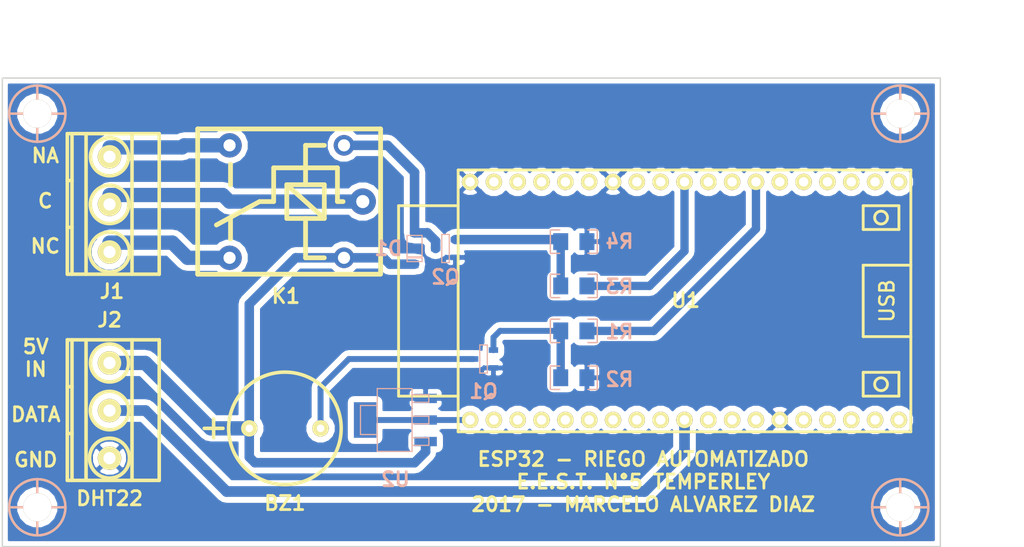
<source format=kicad_pcb>
(kicad_pcb (version 4) (host pcbnew 4.0.1-stable)

  (general
    (links 27)
    (no_connects 2)
    (area 70.024999 65.049999 170.175001 115.200001)
    (thickness 1.6)
    (drawings 9)
    (tracks 53)
    (zones 0)
    (modules 17)
    (nets 45)
  )

  (page A4)
  (layers
    (0 F.Cu signal)
    (31 B.Cu signal)
    (32 B.Adhes user)
    (33 F.Adhes user)
    (34 B.Paste user)
    (35 F.Paste user)
    (36 B.SilkS user)
    (37 F.SilkS user)
    (38 B.Mask user)
    (39 F.Mask user)
    (40 Dwgs.User user)
    (41 Cmts.User user)
    (42 Eco1.User user)
    (43 Eco2.User user)
    (44 Edge.Cuts user)
    (45 Margin user)
    (46 B.CrtYd user)
    (47 F.CrtYd user)
    (48 B.Fab user)
    (49 F.Fab user)
  )

  (setup
    (last_trace_width 1.524)
    (user_trace_width 0.381)
    (user_trace_width 0.508)
    (user_trace_width 0.635)
    (user_trace_width 0.762)
    (user_trace_width 0.889)
    (user_trace_width 1.016)
    (user_trace_width 1.143)
    (user_trace_width 1.524)
    (trace_clearance 0.635)
    (zone_clearance 0.508)
    (zone_45_only no)
    (trace_min 0.5)
    (segment_width 0.2)
    (edge_width 0.15)
    (via_size 0.6)
    (via_drill 0.4)
    (via_min_size 0.4)
    (via_min_drill 0.3)
    (uvia_size 0.3)
    (uvia_drill 0.1)
    (uvias_allowed no)
    (uvia_min_size 0.2)
    (uvia_min_drill 0.1)
    (pcb_text_width 0.3)
    (pcb_text_size 1.5 1.5)
    (mod_edge_width 0.15)
    (mod_text_size 1 1)
    (mod_text_width 0.15)
    (pad_size 1.524 1.524)
    (pad_drill 0.762)
    (pad_to_mask_clearance 0.2)
    (aux_axis_origin 0 0)
    (visible_elements 7FFFFFFF)
    (pcbplotparams
      (layerselection 0x00000_80000000)
      (usegerberextensions false)
      (excludeedgelayer false)
      (linewidth 0.100000)
      (plotframeref false)
      (viasonmask false)
      (mode 1)
      (useauxorigin false)
      (hpglpennumber 1)
      (hpglpenspeed 20)
      (hpglpendiameter 15)
      (hpglpenoverlay 2)
      (psnegative false)
      (psa4output false)
      (plotreference true)
      (plotvalue true)
      (plotinvisibletext false)
      (padsonsilk false)
      (subtractmaskfromsilk false)
      (outputformat 5)
      (mirror false)
      (drillshape 1)
      (scaleselection 1)
      (outputdirectory ../../../Desktop/))
  )

  (net 0 "")
  (net 1 "Net-(BZ1-Pad2)")
  (net 2 VCC)
  (net 3 "Net-(D1-Pad1)")
  (net 4 /NA)
  (net 5 /C)
  (net 6 /NC)
  (net 7 /SENSOR)
  (net 8 GND)
  (net 9 "Net-(Q1-Pad1)")
  (net 10 "Net-(Q2-Pad1)")
  (net 11 /BUZZER)
  (net 12 /RELE)
  (net 13 "Net-(U1-Pad2)")
  (net 14 "Net-(U1-Pad3)")
  (net 15 "Net-(U1-Pad4)")
  (net 16 "Net-(U1-Pad5)")
  (net 17 "Net-(U1-Pad6)")
  (net 18 "Net-(U1-Pad7)")
  (net 19 "Net-(U1-Pad8)")
  (net 20 "Net-(U1-Pad9)")
  (net 21 "Net-(U1-Pad11)")
  (net 22 "Net-(U1-Pad12)")
  (net 23 "Net-(U1-Pad13)")
  (net 24 "Net-(U1-Pad15)")
  (net 25 "Net-(U1-Pad16)")
  (net 26 "Net-(U1-Pad17)")
  (net 27 "Net-(U1-Pad18)")
  (net 28 "Net-(U1-Pad19)")
  (net 29 "Net-(U1-Pad20)")
  (net 30 "Net-(U1-Pad21)")
  (net 31 "Net-(U1-Pad22)")
  (net 32 "Net-(U1-Pad23)")
  (net 33 "Net-(U1-Pad24)")
  (net 34 "Net-(U1-Pad25)")
  (net 35 "Net-(U1-Pad27)")
  (net 36 "Net-(U1-Pad28)")
  (net 37 "Net-(U1-Pad30)")
  (net 38 "Net-(U1-Pad31)")
  (net 39 "Net-(U1-Pad33)")
  (net 40 "Net-(U1-Pad34)")
  (net 41 "Net-(U1-Pad35)")
  (net 42 "Net-(U1-Pad36)")
  (net 43 "Net-(U1-Pad37)")
  (net 44 /3V3)

  (net_class Default "Esta es la clase de red por defecto."
    (clearance 0.635)
    (trace_width 0.508)
    (via_dia 0.6)
    (via_drill 0.4)
    (uvia_dia 0.3)
    (uvia_drill 0.1)
    (add_net /3V3)
    (add_net /BUZZER)
    (add_net /C)
    (add_net /NA)
    (add_net /NC)
    (add_net /RELE)
    (add_net /SENSOR)
    (add_net GND)
    (add_net "Net-(BZ1-Pad2)")
    (add_net "Net-(D1-Pad1)")
    (add_net "Net-(Q1-Pad1)")
    (add_net "Net-(Q2-Pad1)")
    (add_net "Net-(U1-Pad11)")
    (add_net "Net-(U1-Pad12)")
    (add_net "Net-(U1-Pad13)")
    (add_net "Net-(U1-Pad15)")
    (add_net "Net-(U1-Pad16)")
    (add_net "Net-(U1-Pad17)")
    (add_net "Net-(U1-Pad18)")
    (add_net "Net-(U1-Pad19)")
    (add_net "Net-(U1-Pad2)")
    (add_net "Net-(U1-Pad20)")
    (add_net "Net-(U1-Pad21)")
    (add_net "Net-(U1-Pad22)")
    (add_net "Net-(U1-Pad23)")
    (add_net "Net-(U1-Pad24)")
    (add_net "Net-(U1-Pad25)")
    (add_net "Net-(U1-Pad27)")
    (add_net "Net-(U1-Pad28)")
    (add_net "Net-(U1-Pad3)")
    (add_net "Net-(U1-Pad30)")
    (add_net "Net-(U1-Pad31)")
    (add_net "Net-(U1-Pad33)")
    (add_net "Net-(U1-Pad34)")
    (add_net "Net-(U1-Pad35)")
    (add_net "Net-(U1-Pad36)")
    (add_net "Net-(U1-Pad37)")
    (add_net "Net-(U1-Pad4)")
    (add_net "Net-(U1-Pad5)")
    (add_net "Net-(U1-Pad6)")
    (add_net "Net-(U1-Pad7)")
    (add_net "Net-(U1-Pad8)")
    (add_net "Net-(U1-Pad9)")
    (add_net VCC)
  )

  (module EESTN5:sod123 (layer B.Cu) (tedit 5AB7EE8D) (tstamp 59B70876)
    (at 114.046 83.312 270)
    (descr SOD123)
    (path /594C6A10)
    (fp_text reference D1 (at 0 2.794 360) (layer B.SilkS)
      (effects (font (size 1.5 1.5) (thickness 0.3)) (justify mirror))
    )
    (fp_text value 1N4007 (at 0 -1.19888 270) (layer B.SilkS) hide
      (effects (font (size 0.4 0.4) (thickness 0.1)) (justify mirror))
    )
    (fp_line (start 0.89916 -0.8001) (end 0.89916 0.8001) (layer B.SilkS) (width 0.127))
    (fp_line (start 1.00076 0.8001) (end 1.00076 -0.8001) (layer B.SilkS) (width 0.127))
    (fp_line (start -1.39954 0.8001) (end 1.39954 0.8001) (layer B.SilkS) (width 0.127))
    (fp_line (start 1.39954 0.8001) (end 1.39954 -0.8001) (layer B.SilkS) (width 0.127))
    (fp_line (start 1.39954 -0.8001) (end -1.39954 -0.8001) (layer B.SilkS) (width 0.127))
    (fp_line (start -1.39954 -0.8001) (end -1.39954 0.8001) (layer B.SilkS) (width 0.127))
    (pad 2 smd rect (at 1.67386 0 270) (size 0.8509 0.8509) (layers B.Cu B.Paste B.Mask)
      (net 2 VCC))
    (pad 1 smd rect (at -1.67386 0 270) (size 0.8509 0.8509) (layers B.Cu B.Paste B.Mask)
      (net 3 "Net-(D1-Pad1)"))
    (model sod123.wrl
      (at (xyz 0 0 0))
      (scale (xyz 1 1 1))
      (rotate (xyz 0 0 0))
    )
  )

  (module EESTN5:Relay_C (layer F.Cu) (tedit 5AB7EE5A) (tstamp 59B706C1)
    (at 100.425 78.305 270)
    (descr "relay, Tianbo HJR-3FF series")
    (path /594C6762)
    (fp_text reference K1 (at 10.087 0.095 360) (layer F.SilkS)
      (effects (font (thickness 0.3048)))
    )
    (fp_text value RELAY_C (at 0 -11.3 270) (layer F.SilkS) hide
      (effects (font (thickness 0.3048)))
    )
    (fp_line (start -7.75 9.5) (end 7.75 9.5) (layer F.SilkS) (width 0.508))
    (fp_line (start -7.75 -10) (end -7.75 9.5) (layer F.SilkS) (width 0.508))
    (fp_line (start 7.75 -10) (end 7.75 9.5) (layer F.SilkS) (width 0.508))
    (fp_line (start -7.75 -10) (end 7.65 -10) (layer F.SilkS) (width 0.508))
    (fp_line (start -1.75 6) (end -4 6) (layer F.SilkS) (width 0.508))
    (fp_line (start 4 6) (end 1.75 6) (layer F.SilkS) (width 0.508))
    (fp_line (start 0 1.4) (end 0 2.9) (layer F.SilkS) (width 0.508))
    (fp_line (start 0 2.9) (end 2.5 7.5) (layer F.SilkS) (width 0.508))
    (fp_line (start -3.6 1.4) (end -3.6 -5.4) (layer F.SilkS) (width 0.508))
    (fp_line (start 0 1.4) (end -3.6 1.4) (layer F.SilkS) (width 0.508))
    (fp_line (start 0 -6) (end 0 -5.4) (layer F.SilkS) (width 0.508))
    (fp_line (start 0 -5.4) (end -3.6 -5.4) (layer F.SilkS) (width 0.508))
    (fp_line (start -6 -4) (end -6 -2) (layer F.SilkS) (width 0.508))
    (fp_line (start 6 -4) (end 6 -2) (layer F.SilkS) (width 0.508))
    (fp_line (start 6 -2) (end 1.8 -2) (layer F.SilkS) (width 0.508))
    (fp_line (start -1.8 -2) (end -6 -2) (layer F.SilkS) (width 0.508))
    (fp_line (start -1.8 0) (end 1.8 -4) (layer F.SilkS) (width 0.508))
    (fp_line (start -1.8 -4) (end 1.8 -4) (layer F.SilkS) (width 0.508))
    (fp_line (start 1.8 -4) (end 1.8 0) (layer F.SilkS) (width 0.508))
    (fp_line (start 1.8 0) (end -1.8 0) (layer F.SilkS) (width 0.508))
    (fp_line (start -1.8 0) (end -1.8 -4) (layer F.SilkS) (width 0.508))
    (pad 2 thru_hole circle (at -6 -6.1 270) (size 2.2 2.2) (drill 1.3) (layers *.Cu *.Mask)
      (net 3 "Net-(D1-Pad1)"))
    (pad 3 thru_hole circle (at -6 6.1 270) (size 2.6 2.6) (drill 1.3) (layers *.Cu *.Mask)
      (net 4 /NA))
    (pad 4 thru_hole circle (at 6 6.1 270) (size 2.6 2.6) (drill 1.3) (layers *.Cu *.Mask)
      (net 6 /NC))
    (pad 5 thru_hole circle (at 6 -6.1 270) (size 2.2 2.2) (drill 1.3) (layers *.Cu *.Mask)
      (net 2 VCC))
    (pad 1 thru_hole circle (at 0 -8.1 270) (size 2.8 2.8) (drill 1.4) (layers *.Cu *.Mask)
      (net 5 /C))
    (model Relé_Type_C.wrl
      (at (xyz 0 0 0))
      (scale (xyz 1 1 1))
      (rotate (xyz 0 0 180))
    )
  )

  (module EESTN5:Buzzer_12mm (layer F.Cu) (tedit 5AB7EDA2) (tstamp 59B70690)
    (at 100.225 102.505 180)
    (descr "Buzzer, TMB")
    (tags Buzzer)
    (path /594C6EC0)
    (autoplace_cost180 10)
    (fp_text reference BZ1 (at 0 -7.985 180) (layer F.SilkS)
      (effects (font (size 1.5 1.5) (thickness 0.3)))
    )
    (fp_text value Buzzer (at 0 7 180) (layer F.SilkS) hide
      (effects (font (size 0.99822 0.99822) (thickness 0.19812)))
    )
    (fp_line (start 6.6 0) (end 8.6 0) (layer F.SilkS) (width 0.37846))
    (fp_line (start 7.6 1) (end 7.6 -1) (layer F.SilkS) (width 0.37846))
    (fp_circle (center 0 0) (end -6 0) (layer F.SilkS) (width 0.37846))
    (pad 2 thru_hole circle (at -3.8 0 180) (size 1.75 1.75) (drill 0.8) (layers *.Cu *.Mask F.SilkS)
      (net 1 "Net-(BZ1-Pad2)"))
    (pad 1 thru_hole circle (at 3.8 0 180) (size 1.75 1.75) (drill 0.8) (layers *.Cu *.Mask F.SilkS)
      (net 2 VCC))
    (model Buzzer_12mm.wrl
      (at (xyz 0 0 0))
      (scale (xyz 1 1 1))
      (rotate (xyz 0 0 0))
    )
  )

  (module EESTN5:BORNERA3 (layer F.Cu) (tedit 5AB7ECF1) (tstamp 59B706B1)
    (at 81.525 78.605 270)
    (descr "3-way 5,08mm pitch terminal block, Phoenix MKDS series")
    (path /594C70CB)
    (fp_text reference J1 (at 9.279 -0.263 360) (layer F.SilkS)
      (effects (font (size 1.5 1.5) (thickness 0.3)))
    )
    (fp_text value "CONTACTOS RELÉ" (at -0.05 5.8 270) (layer F.SilkS) hide
      (effects (font (size 1.5 1.5) (thickness 0.3)))
    )
    (fp_circle (center 5.08 0) (end 2.95 0) (layer F.SilkS) (width 0.381))
    (fp_line (start 2.45 4) (end 2.45 4.5) (layer F.SilkS) (width 0.381))
    (fp_line (start -2.55 4) (end -2.55 4.5) (layer F.SilkS) (width 0.381))
    (fp_circle (center 0 0) (end -2.05 0) (layer F.SilkS) (width 0.381))
    (fp_circle (center -5.08 0) (end -3.05 0) (layer F.SilkS) (width 0.381))
    (fp_line (start -7.55 2.5) (end 7.45 2.5) (layer F.SilkS) (width 0.381))
    (fp_line (start -7.55 -2.4) (end 7.45 -2.4) (layer F.SilkS) (width 0.381))
    (fp_line (start -7.55 4) (end 7.45 4) (layer F.SilkS) (width 0.381))
    (fp_line (start -7.55 4.5) (end 7.45 4.5) (layer F.SilkS) (width 0.381))
    (fp_line (start 7.45 4.5) (end 7.45 -5.3) (layer F.SilkS) (width 0.381))
    (fp_line (start 7.45 -5.3) (end -7.55 -5.3) (layer F.SilkS) (width 0.381))
    (fp_line (start -7.55 -5.3) (end -7.55 4.5) (layer F.SilkS) (width 0.381))
    (pad 3 thru_hole circle (at 5.08 0 270) (size 2.5 2.5) (drill 1.3) (layers *.Cu *.Mask F.SilkS)
      (net 6 /NC))
    (pad 1 thru_hole circle (at -5.08 0 270) (size 2.5 2.5) (drill 1.3) (layers *.Cu *.Mask F.SilkS)
      (net 4 /NA))
    (pad 2 thru_hole circle (at 0 0 270) (size 2.5 2.5) (drill 1.3) (layers *.Cu *.Mask F.SilkS)
      (net 5 /C))
    (model Bornera3.wrl
      (at (xyz 0 0 0))
      (scale (xyz 1 1 1))
      (rotate (xyz 0 0 0))
    )
  )

  (module EESTN5:BORNERA3 (layer F.Cu) (tedit 57FAD7CB) (tstamp 59B706B8)
    (at 81.525 100.605 270)
    (descr "3-way 5,08mm pitch terminal block, Phoenix MKDS series")
    (path /594D81AA)
    (fp_text reference J2 (at -9.673 -0.009 540) (layer F.SilkS)
      (effects (font (size 1.5 1.5) (thickness 0.3)))
    )
    (fp_text value DHT22 (at 9.377 -0.009 360) (layer F.SilkS)
      (effects (font (size 1.5 1.5) (thickness 0.3)))
    )
    (fp_circle (center 5.08 0) (end 2.95 0) (layer F.SilkS) (width 0.381))
    (fp_line (start 2.45 4) (end 2.45 4.5) (layer F.SilkS) (width 0.381))
    (fp_line (start -2.55 4) (end -2.55 4.5) (layer F.SilkS) (width 0.381))
    (fp_circle (center 0 0) (end -2.05 0) (layer F.SilkS) (width 0.381))
    (fp_circle (center -5.08 0) (end -3.05 0) (layer F.SilkS) (width 0.381))
    (fp_line (start -7.55 2.5) (end 7.45 2.5) (layer F.SilkS) (width 0.381))
    (fp_line (start -7.55 -2.4) (end 7.45 -2.4) (layer F.SilkS) (width 0.381))
    (fp_line (start -7.55 4) (end 7.45 4) (layer F.SilkS) (width 0.381))
    (fp_line (start -7.55 4.5) (end 7.45 4.5) (layer F.SilkS) (width 0.381))
    (fp_line (start 7.45 4.5) (end 7.45 -5.3) (layer F.SilkS) (width 0.381))
    (fp_line (start 7.45 -5.3) (end -7.55 -5.3) (layer F.SilkS) (width 0.381))
    (fp_line (start -7.55 -5.3) (end -7.55 4.5) (layer F.SilkS) (width 0.381))
    (pad 3 thru_hole circle (at 5.08 0 270) (size 2.5 2.5) (drill 1.3) (layers *.Cu *.Mask F.SilkS)
      (net 8 GND))
    (pad 1 thru_hole circle (at -5.08 0 270) (size 2.5 2.5) (drill 1.3) (layers *.Cu *.Mask F.SilkS)
      (net 2 VCC))
    (pad 2 thru_hole circle (at 0 0 270) (size 2.5 2.5) (drill 1.3) (layers *.Cu *.Mask F.SilkS)
      (net 7 /SENSOR))
    (model Bornera3.wrl
      (at (xyz 0 0 0))
      (scale (xyz 1 1 1))
      (rotate (xyz 0 0 0))
    )
  )

  (module EESTN5:SOT23 (layer B.Cu) (tedit 5AB7EE04) (tstamp 59B706C8)
    (at 121.4 95.105 270)
    (descr SOT23)
    (path /5966FEE8)
    (fp_text reference Q1 (at 3.447 0 360) (layer B.SilkS)
      (effects (font (size 1.5 1.5) (thickness 0.3)) (justify mirror))
    )
    (fp_text value 2N7002 (at 0 -0.3302 270) (layer B.SilkS) hide
      (effects (font (size 0.50038 0.50038) (thickness 0.09906)) (justify mirror))
    )
    (fp_line (start -1.4972 0.4) (end 1.5 0.4) (layer B.SilkS) (width 0.127))
    (fp_line (start 1.5 0.4) (end 1.5 -0.4) (layer B.SilkS) (width 0.127))
    (fp_line (start 1.5 -0.4) (end -1.4972 -0.4) (layer B.SilkS) (width 0.127))
    (fp_line (start -1.5 -0.4) (end -1.5 0.4) (layer B.SilkS) (width 0.127))
    (pad 1 smd rect (at -0.9525 -1.05664 270) (size 0.59944 1.00076) (layers B.Cu B.Paste B.Mask)
      (net 9 "Net-(Q1-Pad1)"))
    (pad 2 smd rect (at 0 1.05664 270) (size 0.59944 1.00076) (layers B.Cu B.Paste B.Mask)
      (net 1 "Net-(BZ1-Pad2)"))
    (pad 3 smd rect (at 0.9525 -1.05664 270) (size 0.59944 1.00076) (layers B.Cu B.Paste B.Mask)
      (net 8 GND))
    (model SOT-23.wrl
      (at (xyz 0 0 0))
      (scale (xyz 1 1 1))
      (rotate (xyz 0 0 0))
    )
  )

  (module EESTN5:SOT23 (layer B.Cu) (tedit 5AB7EE81) (tstamp 59B706CF)
    (at 117.348 83.312 270)
    (descr SOT23)
    (path /59670226)
    (fp_text reference Q2 (at 3.048 0 360) (layer B.SilkS)
      (effects (font (size 1.5 1.5) (thickness 0.3)) (justify mirror))
    )
    (fp_text value 2N7002 (at 0 -0.3302 270) (layer B.SilkS) hide
      (effects (font (size 0.50038 0.50038) (thickness 0.09906)) (justify mirror))
    )
    (fp_line (start -1.4972 0.4) (end 1.5 0.4) (layer B.SilkS) (width 0.127))
    (fp_line (start 1.5 0.4) (end 1.5 -0.4) (layer B.SilkS) (width 0.127))
    (fp_line (start 1.5 -0.4) (end -1.4972 -0.4) (layer B.SilkS) (width 0.127))
    (fp_line (start -1.5 -0.4) (end -1.5 0.4) (layer B.SilkS) (width 0.127))
    (pad 1 smd rect (at -0.9525 -1.05664 270) (size 0.59944 1.00076) (layers B.Cu B.Paste B.Mask)
      (net 10 "Net-(Q2-Pad1)"))
    (pad 2 smd rect (at 0 1.05664 270) (size 0.59944 1.00076) (layers B.Cu B.Paste B.Mask)
      (net 3 "Net-(D1-Pad1)"))
    (pad 3 smd rect (at 0.9525 -1.05664 270) (size 0.59944 1.00076) (layers B.Cu B.Paste B.Mask)
      (net 8 GND))
    (model SOT-23.wrl
      (at (xyz 0 0 0))
      (scale (xyz 1 1 1))
      (rotate (xyz 0 0 0))
    )
  )

  (module EESTN5:R_1206 (layer B.Cu) (tedit 5AB7EE1F) (tstamp 59B706D5)
    (at 131.025 92.105 180)
    (descr "SMT resistor, 1206")
    (path /594C6DCB)
    (fp_text reference R1 (at -4.865 -0.097 180) (layer B.SilkS)
      (effects (font (size 1.5 1.5) (thickness 0.3)) (justify mirror))
    )
    (fp_text value 10 (at 0 -1.27 180) (layer B.SilkS) hide
      (effects (font (size 0.50038 0.50038) (thickness 0.11938)) (justify mirror))
    )
    (fp_line (start 1.5 1.25) (end 2.5 1.25) (layer B.SilkS) (width 0.15))
    (fp_line (start 1.5 -1.25) (end 2.5 -1.25) (layer B.SilkS) (width 0.15))
    (fp_line (start 2.5 -1.25) (end 2.5 1.25) (layer B.SilkS) (width 0.15))
    (fp_line (start -2.5 1.25) (end -2.5 -1.25) (layer B.SilkS) (width 0.15))
    (fp_line (start -2.5 -1.25) (end -1.5 -1.25) (layer B.SilkS) (width 0.15))
    (fp_line (start -1.5 1.25) (end -2.5 1.25) (layer B.SilkS) (width 0.15))
    (pad 1 smd rect (at 1.397 0 180) (size 1.6002 1.8034) (layers B.Cu B.Paste B.Mask)
      (net 9 "Net-(Q1-Pad1)"))
    (pad 2 smd rect (at -1.397 0 180) (size 1.6002 1.8034) (layers B.Cu B.Paste B.Mask)
      (net 11 /BUZZER))
    (model R_1206.wrl
      (at (xyz 0 0 0))
      (scale (xyz 1 1 1))
      (rotate (xyz 0 0 0))
    )
  )

  (module EESTN5:R_1206 (layer B.Cu) (tedit 5AB7EE12) (tstamp 59B706DB)
    (at 131.025 97.105 180)
    (descr "SMT resistor, 1206")
    (path /594C6E0F)
    (fp_text reference R2 (at -4.865 -0.177 180) (layer B.SilkS)
      (effects (font (size 1.5 1.5) (thickness 0.3)) (justify mirror))
    )
    (fp_text value 4K7 (at 0 -1.27 180) (layer B.SilkS) hide
      (effects (font (size 0.50038 0.50038) (thickness 0.11938)) (justify mirror))
    )
    (fp_line (start 1.5 1.25) (end 2.5 1.25) (layer B.SilkS) (width 0.15))
    (fp_line (start 1.5 -1.25) (end 2.5 -1.25) (layer B.SilkS) (width 0.15))
    (fp_line (start 2.5 -1.25) (end 2.5 1.25) (layer B.SilkS) (width 0.15))
    (fp_line (start -2.5 1.25) (end -2.5 -1.25) (layer B.SilkS) (width 0.15))
    (fp_line (start -2.5 -1.25) (end -1.5 -1.25) (layer B.SilkS) (width 0.15))
    (fp_line (start -1.5 1.25) (end -2.5 1.25) (layer B.SilkS) (width 0.15))
    (pad 1 smd rect (at 1.397 0 180) (size 1.6002 1.8034) (layers B.Cu B.Paste B.Mask)
      (net 9 "Net-(Q1-Pad1)"))
    (pad 2 smd rect (at -1.397 0 180) (size 1.6002 1.8034) (layers B.Cu B.Paste B.Mask)
      (net 8 GND))
    (model R_1206.wrl
      (at (xyz 0 0 0))
      (scale (xyz 1 1 1))
      (rotate (xyz 0 0 0))
    )
  )

  (module EESTN5:R_1206 (layer B.Cu) (tedit 5AB7EE29) (tstamp 59B706E1)
    (at 131.025 87.305 180)
    (descr "SMT resistor, 1206")
    (path /594C6822)
    (fp_text reference R3 (at -4.865 -0.071 180) (layer B.SilkS)
      (effects (font (size 1.5 1.5) (thickness 0.3)) (justify mirror))
    )
    (fp_text value 10 (at 0 -1.27 180) (layer B.SilkS) hide
      (effects (font (size 0.50038 0.50038) (thickness 0.11938)) (justify mirror))
    )
    (fp_line (start 1.5 1.25) (end 2.5 1.25) (layer B.SilkS) (width 0.15))
    (fp_line (start 1.5 -1.25) (end 2.5 -1.25) (layer B.SilkS) (width 0.15))
    (fp_line (start 2.5 -1.25) (end 2.5 1.25) (layer B.SilkS) (width 0.15))
    (fp_line (start -2.5 1.25) (end -2.5 -1.25) (layer B.SilkS) (width 0.15))
    (fp_line (start -2.5 -1.25) (end -1.5 -1.25) (layer B.SilkS) (width 0.15))
    (fp_line (start -1.5 1.25) (end -2.5 1.25) (layer B.SilkS) (width 0.15))
    (pad 1 smd rect (at 1.397 0 180) (size 1.6002 1.8034) (layers B.Cu B.Paste B.Mask)
      (net 10 "Net-(Q2-Pad1)"))
    (pad 2 smd rect (at -1.397 0 180) (size 1.6002 1.8034) (layers B.Cu B.Paste B.Mask)
      (net 12 /RELE))
    (model R_1206.wrl
      (at (xyz 0 0 0))
      (scale (xyz 1 1 1))
      (rotate (xyz 0 0 0))
    )
  )

  (module EESTN5:R_1206 (layer B.Cu) (tedit 5AB7EE38) (tstamp 59B706E7)
    (at 131.025 82.58)
    (descr "SMT resistor, 1206")
    (path /594C6849)
    (fp_text reference R4 (at 4.865 -0.03) (layer B.SilkS)
      (effects (font (size 1.5 1.5) (thickness 0.3)) (justify mirror))
    )
    (fp_text value 4K7 (at 0 -1.27) (layer B.SilkS) hide
      (effects (font (size 0.50038 0.50038) (thickness 0.11938)) (justify mirror))
    )
    (fp_line (start 1.5 1.25) (end 2.5 1.25) (layer B.SilkS) (width 0.15))
    (fp_line (start 1.5 -1.25) (end 2.5 -1.25) (layer B.SilkS) (width 0.15))
    (fp_line (start 2.5 -1.25) (end 2.5 1.25) (layer B.SilkS) (width 0.15))
    (fp_line (start -2.5 1.25) (end -2.5 -1.25) (layer B.SilkS) (width 0.15))
    (fp_line (start -2.5 -1.25) (end -1.5 -1.25) (layer B.SilkS) (width 0.15))
    (fp_line (start -1.5 1.25) (end -2.5 1.25) (layer B.SilkS) (width 0.15))
    (pad 1 smd rect (at 1.397 0) (size 1.6002 1.8034) (layers B.Cu B.Paste B.Mask)
      (net 8 GND))
    (pad 2 smd rect (at -1.397 0) (size 1.6002 1.8034) (layers B.Cu B.Paste B.Mask)
      (net 10 "Net-(Q2-Pad1)"))
    (model R_1206.wrl
      (at (xyz 0 0 0))
      (scale (xyz 1 1 1))
      (rotate (xyz 0 0 0))
    )
  )

  (module EESTN5:ESP32_DEVKITC (layer F.Cu) (tedit 5AB7EE4E) (tstamp 59B70711)
    (at 142.825 88.905)
    (descr ESP32_DEVKITC)
    (tags ESP32)
    (path /5949D123)
    (fp_text reference U1 (at 0.127 -0.0635) (layer F.SilkS)
      (effects (font (size 1.5 1.5) (thickness 0.3)))
    )
    (fp_text value ESP32_DEVKITC (at 0 -5.08) (layer F.SilkS) hide
      (effects (font (size 1.016 0.889) (thickness 0.2032)))
    )
    (fp_circle (center 20.955 8.89) (end 21.5265 9.271) (layer F.SilkS) (width 0.3048))
    (fp_line (start 22.86 10.16) (end 19.05 10.16) (layer F.SilkS) (width 0.3048))
    (fp_line (start 22.86 7.62) (end 22.86 10.16) (layer F.SilkS) (width 0.3048))
    (fp_line (start 19.05 7.62) (end 22.86 7.62) (layer F.SilkS) (width 0.3048))
    (fp_line (start 19.05 10.16) (end 19.05 7.62) (layer F.SilkS) (width 0.3048))
    (fp_line (start 19.05 -10.16) (end 19.05 -7.62) (layer F.SilkS) (width 0.3048))
    (fp_line (start 22.86 -10.16) (end 19.05 -10.16) (layer F.SilkS) (width 0.3048))
    (fp_line (start 22.86 -7.62) (end 22.86 -10.16) (layer F.SilkS) (width 0.3048))
    (fp_line (start 19.05 -7.62) (end 22.86 -7.62) (layer F.SilkS) (width 0.3048))
    (fp_text user USB (at 21.59 0 90) (layer F.SilkS)
      (effects (font (thickness 0.254)))
    )
    (fp_line (start 19.05 3.81) (end 24.13 3.81) (layer F.SilkS) (width 0.3048))
    (fp_line (start 19.05 -3.81) (end 19.05 3.81) (layer F.SilkS) (width 0.3048))
    (fp_line (start 24.13 -3.81) (end 19.05 -3.81) (layer F.SilkS) (width 0.3048))
    (fp_line (start 24.13 13.97) (end -24.13 13.97) (layer F.SilkS) (width 0.3048))
    (fp_line (start -24.13 -13.97) (end 24.13 -13.97) (layer F.SilkS) (width 0.3048))
    (fp_line (start -30.48 10.16) (end -24.13 10.16) (layer F.SilkS) (width 0.3048))
    (fp_line (start -30.48 -10.16) (end -30.48 10.16) (layer F.SilkS) (width 0.3048))
    (fp_line (start -24.13 -13.97) (end -24.13 13.97) (layer F.SilkS) (width 0.3048))
    (fp_line (start 24.13 13.97) (end 24.13 -13.97) (layer F.SilkS) (width 0.3048))
    (fp_line (start -30.48 -10.16) (end -24.13 -10.16) (layer F.SilkS) (width 0.3048))
    (fp_circle (center 20.955 -8.89) (end 21.5265 -8.509) (layer F.SilkS) (width 0.3048))
    (pad 1 thru_hole circle (at -22.86 12.7) (size 1.75 1.75) (drill 1) (layers *.Cu *.Mask F.SilkS)
      (net 44 /3V3))
    (pad 2 thru_hole circle (at -20.32 12.7) (size 1.75 1.75) (drill 1) (layers *.Cu *.Mask F.SilkS)
      (net 13 "Net-(U1-Pad2)"))
    (pad 3 thru_hole circle (at -17.78 12.7) (size 1.75 1.75) (drill 1) (layers *.Cu *.Mask F.SilkS)
      (net 14 "Net-(U1-Pad3)"))
    (pad 4 thru_hole circle (at -15.24 12.7) (size 1.75 1.75) (drill 1) (layers *.Cu *.Mask F.SilkS)
      (net 15 "Net-(U1-Pad4)"))
    (pad 5 thru_hole circle (at -12.7 12.7) (size 1.75 1.75) (drill 1) (layers *.Cu *.Mask F.SilkS)
      (net 16 "Net-(U1-Pad5)"))
    (pad 6 thru_hole circle (at -10.16 12.7) (size 1.75 1.75) (drill 1) (layers *.Cu *.Mask F.SilkS)
      (net 17 "Net-(U1-Pad6)"))
    (pad 7 thru_hole circle (at -7.62 12.7) (size 1.75 1.75) (drill 1) (layers *.Cu *.Mask F.SilkS)
      (net 18 "Net-(U1-Pad7)"))
    (pad 8 thru_hole circle (at -5.08 12.7) (size 1.75 1.75) (drill 1) (layers *.Cu *.Mask F.SilkS)
      (net 19 "Net-(U1-Pad8)"))
    (pad 9 thru_hole circle (at -2.54 12.7) (size 1.75 1.75) (drill 1) (layers *.Cu *.Mask F.SilkS)
      (net 20 "Net-(U1-Pad9)"))
    (pad 10 thru_hole circle (at 0 12.7) (size 1.75 1.75) (drill 1) (layers *.Cu *.Mask F.SilkS)
      (net 7 /SENSOR))
    (pad 11 thru_hole circle (at 2.54 12.7) (size 1.75 1.75) (drill 1) (layers *.Cu *.Mask F.SilkS)
      (net 21 "Net-(U1-Pad11)"))
    (pad 12 thru_hole circle (at 5.08 12.7) (size 1.75 1.75) (drill 1) (layers *.Cu *.Mask F.SilkS)
      (net 22 "Net-(U1-Pad12)"))
    (pad 13 thru_hole circle (at 7.62 12.7) (size 1.75 1.75) (drill 1) (layers *.Cu *.Mask F.SilkS)
      (net 23 "Net-(U1-Pad13)"))
    (pad 14 thru_hole circle (at 10.16 12.7) (size 1.75 1.75) (drill 1) (layers *.Cu *.Mask F.SilkS)
      (net 8 GND))
    (pad 15 thru_hole circle (at 12.7 12.7) (size 1.75 1.75) (drill 1) (layers *.Cu *.Mask F.SilkS)
      (net 24 "Net-(U1-Pad15)"))
    (pad 16 thru_hole circle (at 15.24 12.7) (size 1.75 1.75) (drill 1) (layers *.Cu *.Mask F.SilkS)
      (net 25 "Net-(U1-Pad16)"))
    (pad 17 thru_hole circle (at 17.78 12.7) (size 1.75 1.75) (drill 1) (layers *.Cu *.Mask F.SilkS)
      (net 26 "Net-(U1-Pad17)"))
    (pad 18 thru_hole circle (at 20.32 12.7) (size 1.75 1.75) (drill 1) (layers *.Cu *.Mask F.SilkS)
      (net 27 "Net-(U1-Pad18)"))
    (pad 19 thru_hole circle (at 22.86 12.7) (size 1.75 1.75) (drill 1) (layers *.Cu *.Mask F.SilkS)
      (net 28 "Net-(U1-Pad19)"))
    (pad 20 thru_hole circle (at 22.86 -12.7 180) (size 1.75 1.75) (drill 1) (layers *.Cu *.Mask F.SilkS)
      (net 29 "Net-(U1-Pad20)"))
    (pad 21 thru_hole circle (at 20.32 -12.7 180) (size 1.75 1.75) (drill 1) (layers *.Cu *.Mask F.SilkS)
      (net 30 "Net-(U1-Pad21)"))
    (pad 22 thru_hole circle (at 17.78 -12.7 180) (size 1.75 1.75) (drill 1) (layers *.Cu *.Mask F.SilkS)
      (net 31 "Net-(U1-Pad22)"))
    (pad 23 thru_hole circle (at 15.24 -12.7 180) (size 1.75 1.75) (drill 1) (layers *.Cu *.Mask F.SilkS)
      (net 32 "Net-(U1-Pad23)"))
    (pad 24 thru_hole circle (at 12.7 -12.7 180) (size 1.75 1.75) (drill 1) (layers *.Cu *.Mask F.SilkS)
      (net 33 "Net-(U1-Pad24)"))
    (pad 25 thru_hole circle (at 10.16 -12.7 180) (size 1.75 1.75) (drill 1) (layers *.Cu *.Mask F.SilkS)
      (net 34 "Net-(U1-Pad25)"))
    (pad 26 thru_hole circle (at 7.62 -12.7 180) (size 1.75 1.75) (drill 1) (layers *.Cu *.Mask F.SilkS)
      (net 11 /BUZZER))
    (pad 27 thru_hole circle (at 5.08 -12.7 180) (size 1.75 1.75) (drill 1) (layers *.Cu *.Mask F.SilkS)
      (net 35 "Net-(U1-Pad27)"))
    (pad 28 thru_hole circle (at 2.54 -12.7 180) (size 1.75 1.75) (drill 1) (layers *.Cu *.Mask F.SilkS)
      (net 36 "Net-(U1-Pad28)"))
    (pad 29 thru_hole circle (at 0 -12.7 180) (size 1.75 1.75) (drill 1) (layers *.Cu *.Mask F.SilkS)
      (net 12 /RELE))
    (pad 30 thru_hole circle (at -2.54 -12.7 180) (size 1.75 1.75) (drill 1) (layers *.Cu *.Mask F.SilkS)
      (net 37 "Net-(U1-Pad30)"))
    (pad 31 thru_hole circle (at -5.08 -12.7 180) (size 1.75 1.75) (drill 1) (layers *.Cu *.Mask F.SilkS)
      (net 38 "Net-(U1-Pad31)"))
    (pad 32 thru_hole circle (at -7.62 -12.7 180) (size 1.75 1.75) (drill 1) (layers *.Cu *.Mask F.SilkS)
      (net 8 GND))
    (pad 33 thru_hole circle (at -10.16 -12.7 180) (size 1.75 1.75) (drill 1) (layers *.Cu *.Mask F.SilkS)
      (net 39 "Net-(U1-Pad33)"))
    (pad 34 thru_hole circle (at -12.7 -12.7 180) (size 1.75 1.75) (drill 1) (layers *.Cu *.Mask F.SilkS)
      (net 40 "Net-(U1-Pad34)"))
    (pad 35 thru_hole circle (at -15.24 -12.7 180) (size 1.75 1.75) (drill 1) (layers *.Cu *.Mask F.SilkS)
      (net 41 "Net-(U1-Pad35)"))
    (pad 36 thru_hole circle (at -17.78 -12.7 180) (size 1.75 1.75) (drill 1) (layers *.Cu *.Mask F.SilkS)
      (net 42 "Net-(U1-Pad36)"))
    (pad 37 thru_hole circle (at -20.32 -12.7 180) (size 1.75 1.75) (drill 1) (layers *.Cu *.Mask F.SilkS)
      (net 43 "Net-(U1-Pad37)"))
    (pad 38 thru_hole circle (at -22.86 -12.7 180) (size 1.75 1.75) (drill 1) (layers *.Cu *.Mask F.SilkS)
      (net 8 GND))
    (model ESP32_DEVKITC.wrl
      (at (xyz 0 0 0))
      (scale (xyz 1 1 1))
      (rotate (xyz 0 0 0))
    )
  )

  (module EESTN5:SOT223 (layer B.Cu) (tedit 5AB7EDAD) (tstamp 59B70719)
    (at 111.925 101.615 270)
    (descr SOT223)
    (path /59695057)
    (fp_text reference U2 (at 6.335 -0.089 360) (layer B.SilkS)
      (effects (font (size 1.5 1.5) (thickness 0.3)) (justify mirror))
    )
    (fp_text value LM1117-SOT (at 0 -1.0414 270) (layer B.SilkS) hide
      (effects (font (size 1.00076 1.00076) (thickness 0.20066)) (justify mirror))
    )
    (fp_line (start -1.5494 3.6449) (end 1.5494 3.6449) (layer B.SilkS) (width 0.127))
    (fp_line (start 1.5494 3.6449) (end 1.5494 1.8542) (layer B.SilkS) (width 0.127))
    (fp_line (start -1.5494 3.6449) (end -1.5494 1.8542) (layer B.SilkS) (width 0.127))
    (fp_line (start 1.8923 -3.6449) (end 2.7051 -3.6449) (layer B.SilkS) (width 0.127))
    (fp_line (start 2.7051 -3.6449) (end 2.7051 -1.8542) (layer B.SilkS) (width 0.127))
    (fp_line (start 1.8923 -3.6449) (end 1.8923 -1.8542) (layer B.SilkS) (width 0.127))
    (fp_line (start -0.4064 -3.6449) (end -0.4064 -1.8542) (layer B.SilkS) (width 0.127))
    (fp_line (start 0.4064 -3.6449) (end 0.4064 -1.8542) (layer B.SilkS) (width 0.127))
    (fp_line (start -0.4064 -3.6449) (end 0.4064 -3.6449) (layer B.SilkS) (width 0.127))
    (fp_line (start -2.7051 -3.6449) (end -1.8923 -3.6449) (layer B.SilkS) (width 0.127))
    (fp_line (start -1.8923 -3.6449) (end -1.8923 -1.8542) (layer B.SilkS) (width 0.127))
    (fp_line (start -2.7051 -3.6449) (end -2.7051 -1.8542) (layer B.SilkS) (width 0.127))
    (fp_line (start 3.3528 -1.8542) (end -3.3528 -1.8542) (layer B.SilkS) (width 0.127))
    (fp_line (start -3.3528 -1.8542) (end -3.3528 1.8542) (layer B.SilkS) (width 0.127))
    (fp_line (start -3.3528 1.8542) (end 3.3528 1.8542) (layer B.SilkS) (width 0.127))
    (fp_line (start 3.3528 1.8542) (end 3.3528 -1.8542) (layer B.SilkS) (width 0.127))
    (pad 1 smd rect (at -2.3 -3.3 270) (size 1 2.4) (layers B.Cu B.Paste B.Mask)
      (net 8 GND))
    (pad 2 smd rect (at 0 -3.3 270) (size 1 2.4) (layers B.Cu B.Paste B.Mask)
      (net 44 /3V3))
    (pad 3 smd rect (at 2.3 -3.3 270) (size 1 2.4) (layers B.Cu B.Paste B.Mask)
      (net 2 VCC))
    (pad 4 smd rect (at 0 3.15 270) (size 3.8 2.4) (layers B.Cu B.Paste B.Mask)
      (net 44 /3V3))
    (model sot223.wrl
      (at (xyz 0 0 0))
      (scale (xyz 1 1 1))
      (rotate (xyz 0 0 0))
    )
  )

  (module EESTN5:Tornillo_M3_8mm (layer F.Cu) (tedit 591AF34A) (tstamp 5AB7EAA5)
    (at 165.825 110.925)
    (descr "Tornillo M3 8mm Con Tuerca")
    (path /59671ECF)
    (fp_text reference H1 (at 0 -3.302) (layer F.SilkS) hide
      (effects (font (thickness 0.3048)))
    )
    (fp_text value Mounting_Hole (at 5.334 0) (layer F.SilkS) hide
      (effects (font (thickness 0.3048)))
    )
    (fp_line (start 0 -3) (end 0 3) (layer B.SilkS) (width 0.254))
    (fp_line (start -3 0) (end 3 0) (layer B.SilkS) (width 0.254))
    (fp_circle (center 0 0) (end 3 0) (layer B.SilkS) (width 0.254))
    (fp_circle (center 0 0) (end 3 0) (layer F.SilkS) (width 0.254))
    (fp_line (start -3 0) (end 3 0) (layer F.SilkS) (width 0.254))
    (fp_line (start 0 -3) (end 0 3) (layer F.SilkS) (width 0.254))
    (pad 1 thru_hole circle (at 0 0) (size 3 3) (drill 3) (layers *.Cu F.SilkS))
    (model Tornillo_M3_8mm_Tuerca.wrl
      (at (xyz 0 0 0))
      (scale (xyz 1 1 1))
      (rotate (xyz 0 0 0))
    )
  )

  (module EESTN5:Tornillo_M3_8mm (layer F.Cu) (tedit 591AF34A) (tstamp 5AB7EAA9)
    (at 73.825 110.925)
    (descr "Tornillo M3 8mm Con Tuerca")
    (path /59671E94)
    (fp_text reference H2 (at 0 -3.302) (layer F.SilkS) hide
      (effects (font (thickness 0.3048)))
    )
    (fp_text value Mounting_Hole (at 5.334 0) (layer F.SilkS) hide
      (effects (font (thickness 0.3048)))
    )
    (fp_line (start 0 -3) (end 0 3) (layer B.SilkS) (width 0.254))
    (fp_line (start -3 0) (end 3 0) (layer B.SilkS) (width 0.254))
    (fp_circle (center 0 0) (end 3 0) (layer B.SilkS) (width 0.254))
    (fp_circle (center 0 0) (end 3 0) (layer F.SilkS) (width 0.254))
    (fp_line (start -3 0) (end 3 0) (layer F.SilkS) (width 0.254))
    (fp_line (start 0 -3) (end 0 3) (layer F.SilkS) (width 0.254))
    (pad 1 thru_hole circle (at 0 0) (size 3 3) (drill 3) (layers *.Cu F.SilkS))
    (model Tornillo_M3_8mm_Tuerca.wrl
      (at (xyz 0 0 0))
      (scale (xyz 1 1 1))
      (rotate (xyz 0 0 0))
    )
  )

  (module EESTN5:Tornillo_M3_8mm (layer F.Cu) (tedit 591AF34A) (tstamp 5AB7EAAD)
    (at 73.825 68.925)
    (descr "Tornillo M3 8mm Con Tuerca")
    (path /59671F1E)
    (fp_text reference H3 (at 0 -3.302) (layer F.SilkS) hide
      (effects (font (thickness 0.3048)))
    )
    (fp_text value Mounting_Hole (at 5.334 0) (layer F.SilkS) hide
      (effects (font (thickness 0.3048)))
    )
    (fp_line (start 0 -3) (end 0 3) (layer B.SilkS) (width 0.254))
    (fp_line (start -3 0) (end 3 0) (layer B.SilkS) (width 0.254))
    (fp_circle (center 0 0) (end 3 0) (layer B.SilkS) (width 0.254))
    (fp_circle (center 0 0) (end 3 0) (layer F.SilkS) (width 0.254))
    (fp_line (start -3 0) (end 3 0) (layer F.SilkS) (width 0.254))
    (fp_line (start 0 -3) (end 0 3) (layer F.SilkS) (width 0.254))
    (pad 1 thru_hole circle (at 0 0) (size 3 3) (drill 3) (layers *.Cu F.SilkS))
    (model Tornillo_M3_8mm_Tuerca.wrl
      (at (xyz 0 0 0))
      (scale (xyz 1 1 1))
      (rotate (xyz 0 0 0))
    )
  )

  (module EESTN5:Tornillo_M3_8mm (layer F.Cu) (tedit 591AF34A) (tstamp 5AB7EAB1)
    (at 165.825 68.925)
    (descr "Tornillo M3 8mm Con Tuerca")
    (path /59671F6D)
    (fp_text reference H4 (at 0 -3.302) (layer F.SilkS) hide
      (effects (font (thickness 0.3048)))
    )
    (fp_text value Mounting_Hole (at 5.334 0) (layer F.SilkS) hide
      (effects (font (thickness 0.3048)))
    )
    (fp_line (start 0 -3) (end 0 3) (layer B.SilkS) (width 0.254))
    (fp_line (start -3 0) (end 3 0) (layer B.SilkS) (width 0.254))
    (fp_circle (center 0 0) (end 3 0) (layer B.SilkS) (width 0.254))
    (fp_circle (center 0 0) (end 3 0) (layer F.SilkS) (width 0.254))
    (fp_line (start -3 0) (end 3 0) (layer F.SilkS) (width 0.254))
    (fp_line (start 0 -3) (end 0 3) (layer F.SilkS) (width 0.254))
    (pad 1 thru_hole circle (at 0 0) (size 3 3) (drill 3) (layers *.Cu F.SilkS))
    (model Tornillo_M3_8mm_Tuerca.wrl
      (at (xyz 0 0 0))
      (scale (xyz 1 1 1))
      (rotate (xyz 0 0 0))
    )
  )

  (gr_text "ESP32 - RIEGO AUTOMATIZADO\nE.E.S.T. N°5 TEMPERLEY\n2017 - MARCELO ALVAREZ DIAZ" (at 138.43 108.204) (layer F.SilkS)
    (effects (font (size 1.5 1.5) (thickness 0.3)))
  )
  (gr_text "5V\nIN\n\nDATA\n\nGND" (at 73.66 99.822) (layer F.SilkS)
    (effects (font (size 1.5 1.5) (thickness 0.3)))
  )
  (gr_text "NA\n\nC\n\nNC" (at 74.676 78.232) (layer F.SilkS)
    (effects (font (size 1.5 1.5) (thickness 0.3)))
  )
  (dimension 50 (width 0.3) (layer Dwgs.User)
    (gr_text 50,000mm (at 176.35 90 270) (layer Dwgs.User)
      (effects (font (size 1.5 1.5) (thickness 0.3)))
    )
    (feature1 (pts (xy 170 115) (xy 177.7 115)))
    (feature2 (pts (xy 170 65) (xy 177.7 65)))
    (crossbar (pts (xy 175 65) (xy 175 115)))
    (arrow1a (pts (xy 175 115) (xy 174.413579 113.873496)))
    (arrow1b (pts (xy 175 115) (xy 175.586421 113.873496)))
    (arrow2a (pts (xy 175 65) (xy 174.413579 66.126504)))
    (arrow2b (pts (xy 175 65) (xy 175.586421 66.126504)))
  )
  (dimension 100 (width 0.3) (layer Dwgs.User)
    (gr_text 100,000mm (at 120 60) (layer Dwgs.User)
      (effects (font (size 1.5 1.5) (thickness 0.3)))
    )
    (feature1 (pts (xy 170 65) (xy 170 60)))
    (feature2 (pts (xy 70 65) (xy 70 60)))
    (crossbar (pts (xy 70 60) (xy 170 60)))
    (arrow1a (pts (xy 170 60) (xy 168.873496 60.586421)))
    (arrow1b (pts (xy 170 60) (xy 168.873496 59.413579)))
    (arrow2a (pts (xy 70 60) (xy 71.126504 60.586421)))
    (arrow2b (pts (xy 70 60) (xy 71.126504 59.413579)))
  )
  (gr_line (start 70.1 115.125) (end 70.1 65.125) (angle 90) (layer Edge.Cuts) (width 0.15))
  (gr_line (start 170.1 115.125) (end 70.1 115.125) (angle 90) (layer Edge.Cuts) (width 0.15))
  (gr_line (start 170.1 65.125) (end 170.1 115.125) (angle 90) (layer Edge.Cuts) (width 0.15))
  (gr_line (start 70.1 65.125) (end 170.1 65.125) (angle 90) (layer Edge.Cuts) (width 0.15))

  (segment (start 120.34336 95.105) (end 107.045 95.105) (width 0.635) (layer B.Cu) (net 1))
  (segment (start 104.025 98.125) (end 104.025 102.505) (width 0.635) (layer B.Cu) (net 1) (tstamp 59B72F8F))
  (segment (start 107.045 95.105) (end 104.025 98.125) (width 0.635) (layer B.Cu) (net 1) (tstamp 59B72F8B))
  (segment (start 85.335 95.525) (end 81.525 95.525) (width 1.524) (layer B.Cu) (net 2))
  (segment (start 92.315 102.505) (end 85.335 95.525) (width 1.524) (layer B.Cu) (net 2))
  (segment (start 114.046 84.98586) (end 111.40186 84.98586) (width 1.016) (layer B.Cu) (net 2))
  (segment (start 106.525 84.305) (end 110.721 84.305) (width 1.016) (layer B.Cu) (net 2))
  (segment (start 110.721 84.305) (end 111.40186 84.98586) (width 1.016) (layer B.Cu) (net 2))
  (segment (start 96.425 89.249) (end 101.369 84.305) (width 1.016) (layer B.Cu) (net 2))
  (segment (start 101.369 84.305) (end 106.525 84.305) (width 1.016) (layer B.Cu) (net 2))
  (segment (start 96.425 102.505) (end 96.425 89.249) (width 1.016) (layer B.Cu) (net 2))
  (segment (start 96.425 105.569) (end 96.425 102.505) (width 1.016) (layer B.Cu) (net 2))
  (segment (start 114.046 106.172) (end 97.028 106.172) (width 1.016) (layer B.Cu) (net 2))
  (segment (start 97.028 106.172) (end 96.425 105.569) (width 1.016) (layer B.Cu) (net 2))
  (segment (start 115.225 103.915) (end 115.225 104.993) (width 1.016) (layer B.Cu) (net 2))
  (segment (start 115.225 104.993) (end 114.046 106.172) (width 1.016) (layer B.Cu) (net 2))
  (segment (start 92.315 102.505) (end 96.425 102.505) (width 1.524) (layer B.Cu) (net 2) (tstamp 59B73082))
  (segment (start 111.167 72.305) (end 106.525 72.305) (width 1.016) (layer B.Cu) (net 3))
  (segment (start 114.046 81.63814) (end 114.046 75.184) (width 1.016) (layer B.Cu) (net 3))
  (segment (start 114.046 75.184) (end 111.167 72.305) (width 1.016) (layer B.Cu) (net 3))
  (segment (start 115.42014 81.63814) (end 114.046 81.63814) (width 1.016) (layer B.Cu) (net 3))
  (segment (start 116.29136 83.312) (end 116.29136 82.50936) (width 1.016) (layer B.Cu) (net 3))
  (segment (start 116.29136 82.50936) (end 115.42014 81.63814) (width 1.016) (layer B.Cu) (net 3))
  (segment (start 89.493 72.305) (end 89.273 72.525) (width 1.524) (layer B.Cu) (net 4))
  (segment (start 89.273 72.525) (end 81.525 72.525) (width 1.524) (layer B.Cu) (net 4))
  (segment (start 94.325 72.305) (end 89.493 72.305) (width 1.524) (layer B.Cu) (net 4))
  (segment (start 94.307 78.305) (end 93.607 77.605) (width 1.524) (layer B.Cu) (net 5))
  (segment (start 93.607 77.605) (end 81.525 77.605) (width 1.524) (layer B.Cu) (net 5))
  (segment (start 108.525 78.305) (end 94.307 78.305) (width 1.524) (layer B.Cu) (net 5))
  (segment (start 88.225 82.685) (end 81.525 82.685) (width 1.524) (layer B.Cu) (net 6))
  (segment (start 89.845 84.305) (end 94.325 84.305) (width 1.524) (layer B.Cu) (net 6) (tstamp 59B72E62))
  (segment (start 88.225 82.685) (end 89.845 84.305) (width 1.524) (layer B.Cu) (net 6) (tstamp 59B72E61))
  (segment (start 142.825 101.605) (end 142.825 104.985) (width 1.143) (layer B.Cu) (net 7))
  (segment (start 142.825 104.985) (end 138.565 109.245) (width 1.143) (layer B.Cu) (net 7))
  (segment (start 138.565 109.245) (end 94.005 109.245) (width 1.143) (layer B.Cu) (net 7))
  (segment (start 94.005 109.245) (end 85.365 100.605) (width 1.143) (layer B.Cu) (net 7))
  (segment (start 85.365 100.605) (end 81.525 100.605) (width 1.143) (layer B.Cu) (net 7))
  (segment (start 129.628 92.105) (end 123.155 92.105) (width 0.635) (layer B.Cu) (net 9))
  (segment (start 122.45664 92.80336) (end 122.45664 94.1525) (width 0.635) (layer B.Cu) (net 9) (tstamp 59B72F85))
  (segment (start 123.155 92.105) (end 122.45664 92.80336) (width 0.635) (layer B.Cu) (net 9) (tstamp 59B72F84))
  (segment (start 129.628 92.105) (end 129.628 97.105) (width 0.889) (layer B.Cu) (net 9))
  (segment (start 118.40464 82.3595) (end 129.4075 82.3595) (width 1.016) (layer B.Cu) (net 10))
  (segment (start 129.4075 82.3595) (end 129.628 82.58) (width 1.016) (layer B.Cu) (net 10))
  (segment (start 129.628 82.58) (end 129.628 87.305) (width 0.889) (layer B.Cu) (net 10))
  (segment (start 150.445 76.205) (end 150.445 81.215) (width 0.889) (layer B.Cu) (net 11))
  (segment (start 139.555 92.105) (end 132.422 92.105) (width 0.889) (layer B.Cu) (net 11) (tstamp 59B72F3C))
  (segment (start 150.445 81.215) (end 139.555 92.105) (width 0.889) (layer B.Cu) (net 11) (tstamp 59B72F39))
  (segment (start 142.825 76.205) (end 142.825 83.585) (width 0.889) (layer B.Cu) (net 12))
  (segment (start 139.105 87.305) (end 132.422 87.305) (width 0.889) (layer B.Cu) (net 12) (tstamp 59B72F35))
  (segment (start 142.825 83.585) (end 139.105 87.305) (width 0.889) (layer B.Cu) (net 12) (tstamp 59B72F33))
  (segment (start 108.775 101.615) (end 115.225 101.615) (width 0.635) (layer B.Cu) (net 44))
  (segment (start 115.225 101.615) (end 119.955 101.615) (width 0.635) (layer B.Cu) (net 44))
  (segment (start 119.955 101.615) (end 119.965 101.605) (width 0.635) (layer B.Cu) (net 44) (tstamp 59B731E2))

  (zone (net 8) (net_name GND) (layer B.Cu) (tstamp 59B7348D) (hatch edge 0.508)
    (connect_pads (clearance 0.508))
    (min_thickness 0.254)
    (fill yes (arc_segments 16) (thermal_gap 0.508) (thermal_bridge_width 0.508))
    (polygon
      (pts
        (xy 169.825 114.925) (xy 70.325 114.925) (xy 70.325 65.425) (xy 169.825 65.425)
      )
    )
    (filled_polygon
      (pts
        (xy 169.39 114.415) (xy 70.81 114.415) (xy 70.81 111.372966) (xy 71.562608 111.372966) (xy 71.906252 112.204646)
        (xy 72.542007 112.841512) (xy 73.373086 113.186606) (xy 74.272966 113.187392) (xy 75.104646 112.843748) (xy 75.741512 112.207993)
        (xy 76.086606 111.376914) (xy 76.086609 111.372966) (xy 163.562608 111.372966) (xy 163.906252 112.204646) (xy 164.542007 112.841512)
        (xy 165.373086 113.186606) (xy 166.272966 113.187392) (xy 167.104646 112.843748) (xy 167.741512 112.207993) (xy 168.086606 111.376914)
        (xy 168.087392 110.477034) (xy 167.743748 109.645354) (xy 167.107993 109.008488) (xy 166.276914 108.663394) (xy 165.377034 108.662608)
        (xy 164.545354 109.006252) (xy 163.908488 109.642007) (xy 163.563394 110.473086) (xy 163.562608 111.372966) (xy 76.086609 111.372966)
        (xy 76.087392 110.477034) (xy 75.743748 109.645354) (xy 75.107993 109.008488) (xy 74.276914 108.663394) (xy 73.377034 108.662608)
        (xy 72.545354 109.006252) (xy 71.908488 109.642007) (xy 71.563394 110.473086) (xy 71.562608 111.372966) (xy 70.81 111.372966)
        (xy 70.81 107.01832) (xy 80.371285 107.01832) (xy 80.500533 107.311123) (xy 81.200806 107.579388) (xy 81.950435 107.55925)
        (xy 82.549467 107.311123) (xy 82.678715 107.01832) (xy 81.525 105.864605) (xy 80.371285 107.01832) (xy 70.81 107.01832)
        (xy 70.81 105.360806) (xy 79.630612 105.360806) (xy 79.65075 106.110435) (xy 79.898877 106.709467) (xy 80.19168 106.838715)
        (xy 81.345395 105.685) (xy 81.704605 105.685) (xy 82.85832 106.838715) (xy 83.151123 106.709467) (xy 83.419388 106.009194)
        (xy 83.39925 105.259565) (xy 83.151123 104.660533) (xy 82.85832 104.531285) (xy 81.704605 105.685) (xy 81.345395 105.685)
        (xy 80.19168 104.531285) (xy 79.898877 104.660533) (xy 79.630612 105.360806) (xy 70.81 105.360806) (xy 70.81 104.35168)
        (xy 80.371285 104.35168) (xy 81.525 105.505395) (xy 82.678715 104.35168) (xy 82.549467 104.058877) (xy 81.849194 103.790612)
        (xy 81.099565 103.81075) (xy 80.500533 104.058877) (xy 80.371285 104.35168) (xy 70.81 104.35168) (xy 70.81 95.923456)
        (xy 79.512652 95.923456) (xy 79.818315 96.663217) (xy 80.383806 97.229696) (xy 81.123033 97.53665) (xy 81.923456 97.537348)
        (xy 82.663217 97.231685) (xy 82.846221 97.049) (xy 84.703738 97.049) (xy 91.237367 103.582628) (xy 91.237369 103.582631)
        (xy 91.447445 103.722999) (xy 91.731791 103.912993) (xy 92.315 104.029001) (xy 92.315005 104.029) (xy 95.155 104.029)
        (xy 95.155 105.568995) (xy 95.154999 105.569) (xy 95.251673 106.055008) (xy 95.526974 106.467026) (xy 96.129972 107.070023)
        (xy 96.129974 107.070026) (xy 96.490802 107.311123) (xy 96.541992 107.345327) (xy 97.028 107.442001) (xy 97.028005 107.442)
        (xy 114.045995 107.442) (xy 114.046 107.442001) (xy 114.532008 107.345327) (xy 114.944026 107.070026) (xy 116.123023 105.891028)
        (xy 116.123026 105.891026) (xy 116.398327 105.479008) (xy 116.456614 105.185979) (xy 116.70738 105.138795) (xy 116.966729 104.971908)
        (xy 117.140717 104.717269) (xy 117.201928 104.415) (xy 117.201928 103.415) (xy 117.148795 103.13262) (xy 116.981908 102.873271)
        (xy 116.822775 102.76454) (xy 116.93162 102.6945) (xy 118.73955 102.6945) (xy 119.036503 102.991972) (xy 119.637952 103.241715)
        (xy 120.289191 103.242284) (xy 120.891075 102.99359) (xy 121.235196 102.650069) (xy 121.576503 102.991972) (xy 122.177952 103.241715)
        (xy 122.829191 103.242284) (xy 123.431075 102.99359) (xy 123.775196 102.650069) (xy 124.116503 102.991972) (xy 124.717952 103.241715)
        (xy 125.369191 103.242284) (xy 125.971075 102.99359) (xy 126.315196 102.650069) (xy 126.656503 102.991972) (xy 127.257952 103.241715)
        (xy 127.909191 103.242284) (xy 128.511075 102.99359) (xy 128.855196 102.650069) (xy 129.196503 102.991972) (xy 129.797952 103.241715)
        (xy 130.449191 103.242284) (xy 131.051075 102.99359) (xy 131.395196 102.650069) (xy 131.736503 102.991972) (xy 132.337952 103.241715)
        (xy 132.989191 103.242284) (xy 133.591075 102.99359) (xy 133.935196 102.650069) (xy 134.276503 102.991972) (xy 134.877952 103.241715)
        (xy 135.529191 103.242284) (xy 136.131075 102.99359) (xy 136.475196 102.650069) (xy 136.816503 102.991972) (xy 137.417952 103.241715)
        (xy 138.069191 103.242284) (xy 138.671075 102.99359) (xy 139.015196 102.650069) (xy 139.356503 102.991972) (xy 139.957952 103.241715)
        (xy 140.609191 103.242284) (xy 141.211075 102.99359) (xy 141.4915 102.713654) (xy 141.4915 104.432646) (xy 138.012646 107.9115)
        (xy 94.557354 107.9115) (xy 86.307927 99.662073) (xy 85.875308 99.373007) (xy 85.365 99.2715) (xy 83.036743 99.2715)
        (xy 82.666194 98.900304) (xy 81.926967 98.59335) (xy 81.126544 98.592652) (xy 80.386783 98.898315) (xy 79.820304 99.463806)
        (xy 79.51335 100.203033) (xy 79.512652 101.003456) (xy 79.818315 101.743217) (xy 80.383806 102.309696) (xy 81.123033 102.61665)
        (xy 81.923456 102.617348) (xy 82.663217 102.311685) (xy 83.037054 101.9385) (xy 84.812646 101.9385) (xy 93.062073 110.187927)
        (xy 93.494692 110.476993) (xy 94.005 110.5785) (xy 138.565 110.5785) (xy 139.075308 110.476993) (xy 139.507927 110.187927)
        (xy 143.767927 105.927927) (xy 144.056993 105.495308) (xy 144.1585 104.985) (xy 144.1585 102.713483) (xy 144.436503 102.991972)
        (xy 145.037952 103.241715) (xy 145.689191 103.242284) (xy 146.291075 102.99359) (xy 146.635196 102.650069) (xy 146.976503 102.991972)
        (xy 147.577952 103.241715) (xy 148.229191 103.242284) (xy 148.831075 102.99359) (xy 149.175196 102.650069) (xy 149.516503 102.991972)
        (xy 150.117952 103.241715) (xy 150.769191 103.242284) (xy 151.371075 102.99359) (xy 151.698175 102.66706) (xy 152.102545 102.66706)
        (xy 152.185884 102.920953) (xy 152.750306 103.12659) (xy 153.350458 103.100579) (xy 153.784116 102.920953) (xy 153.867455 102.66706)
        (xy 152.985 101.784605) (xy 152.102545 102.66706) (xy 151.698175 102.66706) (xy 151.831972 102.533497) (xy 151.859709 102.4667)
        (xy 151.92294 102.487455) (xy 152.805395 101.605) (xy 153.164605 101.605) (xy 154.04706 102.487455) (xy 154.109868 102.466839)
        (xy 154.13641 102.531075) (xy 154.596503 102.991972) (xy 155.197952 103.241715) (xy 155.849191 103.242284) (xy 156.451075 102.99359)
        (xy 156.795196 102.650069) (xy 157.136503 102.991972) (xy 157.737952 103.241715) (xy 158.389191 103.242284) (xy 158.991075 102.99359)
        (xy 159.335196 102.650069) (xy 159.676503 102.991972) (xy 160.277952 103.241715) (xy 160.929191 103.242284) (xy 161.531075 102.99359)
        (xy 161.875196 102.650069) (xy 162.216503 102.991972) (xy 162.817952 103.241715) (xy 163.469191 103.242284) (xy 164.071075 102.99359)
        (xy 164.415196 102.650069) (xy 164.756503 102.991972) (xy 165.357952 103.241715) (xy 166.009191 103.242284) (xy 166.611075 102.99359)
        (xy 167.071972 102.533497) (xy 167.321715 101.932048) (xy 167.322284 101.280809) (xy 167.07359 100.678925) (xy 166.613497 100.218028)
        (xy 166.012048 99.968285) (xy 165.360809 99.967716) (xy 164.758925 100.21641) (xy 164.414804 100.559931) (xy 164.073497 100.218028)
        (xy 163.472048 99.968285) (xy 162.820809 99.967716) (xy 162.218925 100.21641) (xy 161.874804 100.559931) (xy 161.533497 100.218028)
        (xy 160.932048 99.968285) (xy 160.280809 99.967716) (xy 159.678925 100.21641) (xy 159.334804 100.559931) (xy 158.993497 100.218028)
        (xy 158.392048 99.968285) (xy 157.740809 99.967716) (xy 157.138925 100.21641) (xy 156.794804 100.559931) (xy 156.453497 100.218028)
        (xy 155.852048 99.968285) (xy 155.200809 99.967716) (xy 154.598925 100.21641) (xy 154.138028 100.676503) (xy 154.110291 100.7433)
        (xy 154.04706 100.722545) (xy 153.164605 101.605) (xy 152.805395 101.605) (xy 151.92294 100.722545) (xy 151.860132 100.743161)
        (xy 151.83359 100.678925) (xy 151.697843 100.54294) (xy 152.102545 100.54294) (xy 152.985 101.425395) (xy 153.867455 100.54294)
        (xy 153.784116 100.289047) (xy 153.219694 100.08341) (xy 152.619542 100.109421) (xy 152.185884 100.289047) (xy 152.102545 100.54294)
        (xy 151.697843 100.54294) (xy 151.373497 100.218028) (xy 150.772048 99.968285) (xy 150.120809 99.967716) (xy 149.518925 100.21641)
        (xy 149.174804 100.559931) (xy 148.833497 100.218028) (xy 148.232048 99.968285) (xy 147.580809 99.967716) (xy 146.978925 100.21641)
        (xy 146.634804 100.559931) (xy 146.293497 100.218028) (xy 145.692048 99.968285) (xy 145.040809 99.967716) (xy 144.438925 100.21641)
        (xy 144.094804 100.559931) (xy 143.753497 100.218028) (xy 143.152048 99.968285) (xy 142.500809 99.967716) (xy 141.898925 100.21641)
        (xy 141.554804 100.559931) (xy 141.213497 100.218028) (xy 140.612048 99.968285) (xy 139.960809 99.967716) (xy 139.358925 100.21641)
        (xy 139.014804 100.559931) (xy 138.673497 100.218028) (xy 138.072048 99.968285) (xy 137.420809 99.967716) (xy 136.818925 100.21641)
        (xy 136.474804 100.559931) (xy 136.133497 100.218028) (xy 135.532048 99.968285) (xy 134.880809 99.967716) (xy 134.278925 100.21641)
        (xy 133.934804 100.559931) (xy 133.593497 100.218028) (xy 132.992048 99.968285) (xy 132.340809 99.967716) (xy 131.738925 100.21641)
        (xy 131.394804 100.559931) (xy 131.053497 100.218028) (xy 130.452048 99.968285) (xy 129.800809 99.967716) (xy 129.198925 100.21641)
        (xy 128.854804 100.559931) (xy 128.513497 100.218028) (xy 127.912048 99.968285) (xy 127.260809 99.967716) (xy 126.658925 100.21641)
        (xy 126.314804 100.559931) (xy 125.973497 100.218028) (xy 125.372048 99.968285) (xy 124.720809 99.967716) (xy 124.118925 100.21641)
        (xy 123.774804 100.559931) (xy 123.433497 100.218028) (xy 122.832048 99.968285) (xy 122.180809 99.967716) (xy 121.578925 100.21641)
        (xy 121.234804 100.559931) (xy 120.893497 100.218028) (xy 120.292048 99.968285) (xy 119.640809 99.967716) (xy 119.038925 100.21641)
        (xy 118.719277 100.5355) (xy 116.926628 100.5355) (xy 116.727269 100.399283) (xy 116.691324 100.392004) (xy 116.784699 100.353327)
        (xy 116.963327 100.174698) (xy 117.06 99.941309) (xy 117.06 99.60075) (xy 116.90125 99.442) (xy 115.352 99.442)
        (xy 115.352 99.462) (xy 115.098 99.462) (xy 115.098 99.442) (xy 113.54875 99.442) (xy 113.39 99.60075)
        (xy 113.39 99.941309) (xy 113.486673 100.174698) (xy 113.665301 100.353327) (xy 113.752334 100.389377) (xy 113.74262 100.391205)
        (xy 113.51838 100.5355) (xy 110.751928 100.5355) (xy 110.751928 99.715) (xy 110.698795 99.43262) (xy 110.531908 99.173271)
        (xy 110.277269 98.999283) (xy 109.975 98.938072) (xy 107.575 98.938072) (xy 107.29262 98.991205) (xy 107.033271 99.158092)
        (xy 106.859283 99.412731) (xy 106.798072 99.715) (xy 106.798072 103.515) (xy 106.851205 103.79738) (xy 107.018092 104.056729)
        (xy 107.272731 104.230717) (xy 107.575 104.291928) (xy 109.975 104.291928) (xy 110.25738 104.238795) (xy 110.516729 104.071908)
        (xy 110.690717 103.817269) (xy 110.751928 103.515) (xy 110.751928 102.6945) (xy 113.523372 102.6945) (xy 113.627225 102.76546)
        (xy 113.483271 102.858092) (xy 113.309283 103.112731) (xy 113.248072 103.415) (xy 113.248072 104.415) (xy 113.301205 104.69738)
        (xy 113.432875 104.902) (xy 97.695 104.902) (xy 97.695 103.550265) (xy 97.811972 103.433497) (xy 98.061715 102.832048)
        (xy 98.061717 102.829191) (xy 102.387716 102.829191) (xy 102.63641 103.431075) (xy 103.096503 103.891972) (xy 103.697952 104.141715)
        (xy 104.349191 104.142284) (xy 104.951075 103.89359) (xy 105.411972 103.433497) (xy 105.661715 102.832048) (xy 105.662284 102.180809)
        (xy 105.41359 101.578925) (xy 105.1045 101.269295) (xy 105.1045 98.688691) (xy 113.39 98.688691) (xy 113.39 99.02925)
        (xy 113.54875 99.188) (xy 115.098 99.188) (xy 115.098 98.33875) (xy 115.352 98.33875) (xy 115.352 99.188)
        (xy 116.90125 99.188) (xy 117.06 99.02925) (xy 117.06 98.688691) (xy 116.963327 98.455302) (xy 116.784699 98.276673)
        (xy 116.55131 98.18) (xy 115.51075 98.18) (xy 115.352 98.33875) (xy 115.098 98.33875) (xy 114.93925 98.18)
        (xy 113.89869 98.18) (xy 113.665301 98.276673) (xy 113.486673 98.455302) (xy 113.39 98.688691) (xy 105.1045 98.688691)
        (xy 105.1045 98.572144) (xy 107.333394 96.34325) (xy 121.32126 96.34325) (xy 121.32126 96.483529) (xy 121.417933 96.716918)
        (xy 121.596561 96.895547) (xy 121.82995 96.99222) (xy 122.17089 96.99222) (xy 122.32964 96.83347) (xy 122.32964 96.1845)
        (xy 122.58364 96.1845) (xy 122.58364 96.83347) (xy 122.74239 96.99222) (xy 123.08333 96.99222) (xy 123.316719 96.895547)
        (xy 123.495347 96.716918) (xy 123.59202 96.483529) (xy 123.59202 96.34325) (xy 123.43327 96.1845) (xy 122.58364 96.1845)
        (xy 122.32964 96.1845) (xy 121.48001 96.1845) (xy 121.32126 96.34325) (xy 107.333394 96.34325) (xy 107.492144 96.1845)
        (xy 120.34336 96.1845) (xy 120.357698 96.181648) (xy 120.84374 96.181648) (xy 121.12612 96.128515) (xy 121.385469 95.961628)
        (xy 121.43648 95.88697) (xy 121.48001 95.9305) (xy 122.32964 95.9305) (xy 122.32964 95.9105) (xy 122.58364 95.9105)
        (xy 122.58364 95.9305) (xy 123.43327 95.9305) (xy 123.59202 95.77175) (xy 123.59202 95.631471) (xy 123.495347 95.398082)
        (xy 123.316719 95.219453) (xy 123.220456 95.17958) (xy 123.2394 95.176015) (xy 123.498749 95.009128) (xy 123.672737 94.754489)
        (xy 123.733948 94.45222) (xy 123.733948 93.85278) (xy 123.680815 93.5704) (xy 123.53614 93.345569) (xy 123.53614 93.250504)
        (xy 123.602144 93.1845) (xy 128.084427 93.1845) (xy 128.104105 93.28908) (xy 128.270992 93.548429) (xy 128.4215 93.651267)
        (xy 128.4215 95.55931) (xy 128.286171 95.646392) (xy 128.112183 95.901031) (xy 128.050972 96.2033) (xy 128.050972 98.0067)
        (xy 128.104105 98.28908) (xy 128.270992 98.548429) (xy 128.525631 98.722417) (xy 128.8279 98.783628) (xy 130.4281 98.783628)
        (xy 130.71048 98.730495) (xy 130.969829 98.563608) (xy 131.096051 98.378877) (xy 131.262202 98.545027) (xy 131.495591 98.6417)
        (xy 132.13625 98.6417) (xy 132.295 98.48295) (xy 132.295 97.232) (xy 132.549 97.232) (xy 132.549 98.48295)
        (xy 132.70775 98.6417) (xy 133.348409 98.6417) (xy 133.581798 98.545027) (xy 133.760427 98.366399) (xy 133.8571 98.13301)
        (xy 133.8571 97.39075) (xy 133.69835 97.232) (xy 132.549 97.232) (xy 132.295 97.232) (xy 132.275 97.232)
        (xy 132.275 96.978) (xy 132.295 96.978) (xy 132.295 95.72705) (xy 132.549 95.72705) (xy 132.549 96.978)
        (xy 133.69835 96.978) (xy 133.8571 96.81925) (xy 133.8571 96.07699) (xy 133.760427 95.843601) (xy 133.581798 95.664973)
        (xy 133.348409 95.5683) (xy 132.70775 95.5683) (xy 132.549 95.72705) (xy 132.295 95.72705) (xy 132.13625 95.5683)
        (xy 131.495591 95.5683) (xy 131.262202 95.664973) (xy 131.094871 95.832303) (xy 130.985008 95.661571) (xy 130.8345 95.558733)
        (xy 130.8345 93.65069) (xy 130.969829 93.563608) (xy 131.023868 93.48452) (xy 131.064992 93.548429) (xy 131.319631 93.722417)
        (xy 131.6219 93.783628) (xy 133.2221 93.783628) (xy 133.50448 93.730495) (xy 133.763829 93.563608) (xy 133.936088 93.3115)
        (xy 139.555 93.3115) (xy 140.016708 93.219661) (xy 140.408124 92.958124) (xy 151.298125 82.068124) (xy 151.50567 81.757511)
        (xy 151.559661 81.676708) (xy 151.6515 81.215) (xy 151.6515 77.313654) (xy 151.715196 77.250069) (xy 152.056503 77.591972)
        (xy 152.657952 77.841715) (xy 153.309191 77.842284) (xy 153.911075 77.59359) (xy 154.255196 77.250069) (xy 154.596503 77.591972)
        (xy 155.197952 77.841715) (xy 155.849191 77.842284) (xy 156.451075 77.59359) (xy 156.795196 77.250069) (xy 157.136503 77.591972)
        (xy 157.737952 77.841715) (xy 158.389191 77.842284) (xy 158.991075 77.59359) (xy 159.335196 77.250069) (xy 159.676503 77.591972)
        (xy 160.277952 77.841715) (xy 160.929191 77.842284) (xy 161.531075 77.59359) (xy 161.875196 77.250069) (xy 162.216503 77.591972)
        (xy 162.817952 77.841715) (xy 163.469191 77.842284) (xy 164.071075 77.59359) (xy 164.415196 77.250069) (xy 164.756503 77.591972)
        (xy 165.357952 77.841715) (xy 166.009191 77.842284) (xy 166.611075 77.59359) (xy 167.071972 77.133497) (xy 167.321715 76.532048)
        (xy 167.322284 75.880809) (xy 167.07359 75.278925) (xy 166.613497 74.818028) (xy 166.012048 74.568285) (xy 165.360809 74.567716)
        (xy 164.758925 74.81641) (xy 164.414804 75.159931) (xy 164.073497 74.818028) (xy 163.472048 74.568285) (xy 162.820809 74.567716)
        (xy 162.218925 74.81641) (xy 161.874804 75.159931) (xy 161.533497 74.818028) (xy 160.932048 74.568285) (xy 160.280809 74.567716)
        (xy 159.678925 74.81641) (xy 159.334804 75.159931) (xy 158.993497 74.818028) (xy 158.392048 74.568285) (xy 157.740809 74.567716)
        (xy 157.138925 74.81641) (xy 156.794804 75.159931) (xy 156.453497 74.818028) (xy 155.852048 74.568285) (xy 155.200809 74.567716)
        (xy 154.598925 74.81641) (xy 154.254804 75.159931) (xy 153.913497 74.818028) (xy 153.312048 74.568285) (xy 152.660809 74.567716)
        (xy 152.058925 74.81641) (xy 151.714804 75.159931) (xy 151.373497 74.818028) (xy 150.772048 74.568285) (xy 150.120809 74.567716)
        (xy 149.518925 74.81641) (xy 149.174804 75.159931) (xy 148.833497 74.818028) (xy 148.232048 74.568285) (xy 147.580809 74.567716)
        (xy 146.978925 74.81641) (xy 146.634804 75.159931) (xy 146.293497 74.818028) (xy 145.692048 74.568285) (xy 145.040809 74.567716)
        (xy 144.438925 74.81641) (xy 144.094804 75.159931) (xy 143.753497 74.818028) (xy 143.152048 74.568285) (xy 142.500809 74.567716)
        (xy 141.898925 74.81641) (xy 141.554804 75.159931) (xy 141.213497 74.818028) (xy 140.612048 74.568285) (xy 139.960809 74.567716)
        (xy 139.358925 74.81641) (xy 139.014804 75.159931) (xy 138.673497 74.818028) (xy 138.072048 74.568285) (xy 137.420809 74.567716)
        (xy 136.818925 74.81641) (xy 136.358028 75.276503) (xy 136.330291 75.3433) (xy 136.26706 75.322545) (xy 135.384605 76.205)
        (xy 136.26706 77.087455) (xy 136.329868 77.066839) (xy 136.35641 77.131075) (xy 136.816503 77.591972) (xy 137.417952 77.841715)
        (xy 138.069191 77.842284) (xy 138.671075 77.59359) (xy 139.015196 77.250069) (xy 139.356503 77.591972) (xy 139.957952 77.841715)
        (xy 140.609191 77.842284) (xy 141.211075 77.59359) (xy 141.555196 77.250069) (xy 141.6185 77.313483) (xy 141.6185 83.085251)
        (xy 138.605252 86.0985) (xy 133.931468 86.0985) (xy 133.779008 85.861571) (xy 133.524369 85.687583) (xy 133.2221 85.626372)
        (xy 131.6219 85.626372) (xy 131.33952 85.679505) (xy 131.080171 85.846392) (xy 131.026132 85.92548) (xy 130.985008 85.861571)
        (xy 130.8345 85.758733) (xy 130.8345 84.12569) (xy 130.969829 84.038608) (xy 131.096051 83.853877) (xy 131.262202 84.020027)
        (xy 131.495591 84.1167) (xy 132.13625 84.1167) (xy 132.295 83.95795) (xy 132.295 82.707) (xy 132.549 82.707)
        (xy 132.549 83.95795) (xy 132.70775 84.1167) (xy 133.348409 84.1167) (xy 133.581798 84.020027) (xy 133.760427 83.841399)
        (xy 133.8571 83.60801) (xy 133.8571 82.86575) (xy 133.69835 82.707) (xy 132.549 82.707) (xy 132.295 82.707)
        (xy 132.275 82.707) (xy 132.275 82.453) (xy 132.295 82.453) (xy 132.295 81.20205) (xy 132.549 81.20205)
        (xy 132.549 82.453) (xy 133.69835 82.453) (xy 133.8571 82.29425) (xy 133.8571 81.55199) (xy 133.760427 81.318601)
        (xy 133.581798 81.139973) (xy 133.348409 81.0433) (xy 132.70775 81.0433) (xy 132.549 81.20205) (xy 132.295 81.20205)
        (xy 132.13625 81.0433) (xy 131.495591 81.0433) (xy 131.262202 81.139973) (xy 131.094871 81.307303) (xy 130.985008 81.136571)
        (xy 130.730369 80.962583) (xy 130.4281 80.901372) (xy 128.8279 80.901372) (xy 128.54552 80.954505) (xy 128.335732 81.0895)
        (xy 118.40464 81.0895) (xy 117.918632 81.186173) (xy 117.722858 81.316985) (xy 117.62188 81.335985) (xy 117.362531 81.502872)
        (xy 117.238351 81.684615) (xy 117.189386 81.611334) (xy 116.318166 80.740114) (xy 115.906148 80.464813) (xy 115.42014 80.368139)
        (xy 115.420135 80.36814) (xy 115.316 80.36814) (xy 115.316 77.26706) (xy 119.082545 77.26706) (xy 119.165884 77.520953)
        (xy 119.730306 77.72659) (xy 120.330458 77.700579) (xy 120.764116 77.520953) (xy 120.847455 77.26706) (xy 119.965 76.384605)
        (xy 119.082545 77.26706) (xy 115.316 77.26706) (xy 115.316 75.970306) (xy 118.44341 75.970306) (xy 118.469421 76.570458)
        (xy 118.649047 77.004116) (xy 118.90294 77.087455) (xy 119.785395 76.205) (xy 120.144605 76.205) (xy 121.02706 77.087455)
        (xy 121.089868 77.066839) (xy 121.11641 77.131075) (xy 121.576503 77.591972) (xy 122.177952 77.841715) (xy 122.829191 77.842284)
        (xy 123.431075 77.59359) (xy 123.775196 77.250069) (xy 124.116503 77.591972) (xy 124.717952 77.841715) (xy 125.369191 77.842284)
        (xy 125.971075 77.59359) (xy 126.315196 77.250069) (xy 126.656503 77.591972) (xy 127.257952 77.841715) (xy 127.909191 77.842284)
        (xy 128.511075 77.59359) (xy 128.855196 77.250069) (xy 129.196503 77.591972) (xy 129.797952 77.841715) (xy 130.449191 77.842284)
        (xy 131.051075 77.59359) (xy 131.395196 77.250069) (xy 131.736503 77.591972) (xy 132.337952 77.841715) (xy 132.989191 77.842284)
        (xy 133.591075 77.59359) (xy 133.918175 77.26706) (xy 134.322545 77.26706) (xy 134.405884 77.520953) (xy 134.970306 77.72659)
        (xy 135.570458 77.700579) (xy 136.004116 77.520953) (xy 136.087455 77.26706) (xy 135.205 76.384605) (xy 134.322545 77.26706)
        (xy 133.918175 77.26706) (xy 134.051972 77.133497) (xy 134.079709 77.0667) (xy 134.14294 77.087455) (xy 135.025395 76.205)
        (xy 134.14294 75.322545) (xy 134.080132 75.343161) (xy 134.05359 75.278925) (xy 133.917843 75.14294) (xy 134.322545 75.14294)
        (xy 135.205 76.025395) (xy 136.087455 75.14294) (xy 136.004116 74.889047) (xy 135.439694 74.68341) (xy 134.839542 74.709421)
        (xy 134.405884 74.889047) (xy 134.322545 75.14294) (xy 133.917843 75.14294) (xy 133.593497 74.818028) (xy 132.992048 74.568285)
        (xy 132.340809 74.567716) (xy 131.738925 74.81641) (xy 131.394804 75.159931) (xy 131.053497 74.818028) (xy 130.452048 74.568285)
        (xy 129.800809 74.567716) (xy 129.198925 74.81641) (xy 128.854804 75.159931) (xy 128.513497 74.818028) (xy 127.912048 74.568285)
        (xy 127.260809 74.567716) (xy 126.658925 74.81641) (xy 126.314804 75.159931) (xy 125.973497 74.818028) (xy 125.372048 74.568285)
        (xy 124.720809 74.567716) (xy 124.118925 74.81641) (xy 123.774804 75.159931) (xy 123.433497 74.818028) (xy 122.832048 74.568285)
        (xy 122.180809 74.567716) (xy 121.578925 74.81641) (xy 121.118028 75.276503) (xy 121.090291 75.3433) (xy 121.02706 75.322545)
        (xy 120.144605 76.205) (xy 119.785395 76.205) (xy 118.90294 75.322545) (xy 118.649047 75.405884) (xy 118.44341 75.970306)
        (xy 115.316 75.970306) (xy 115.316 75.184005) (xy 115.316001 75.184) (xy 115.307834 75.14294) (xy 119.082545 75.14294)
        (xy 119.965 76.025395) (xy 120.847455 75.14294) (xy 120.764116 74.889047) (xy 120.199694 74.68341) (xy 119.599542 74.709421)
        (xy 119.165884 74.889047) (xy 119.082545 75.14294) (xy 115.307834 75.14294) (xy 115.219327 74.697992) (xy 114.944026 74.285974)
        (xy 112.065026 71.406974) (xy 111.653008 71.131673) (xy 111.167 71.034999) (xy 111.166995 71.035) (xy 107.888186 71.035)
        (xy 107.581116 70.727393) (xy 106.897 70.443324) (xy 106.15625 70.442677) (xy 105.47164 70.725553) (xy 104.947393 71.248884)
        (xy 104.663324 71.933) (xy 104.662677 72.67375) (xy 104.945553 73.35836) (xy 105.468884 73.882607) (xy 106.153 74.166676)
        (xy 106.89375 74.167323) (xy 107.57836 73.884447) (xy 107.888349 73.575) (xy 110.640948 73.575) (xy 112.776 75.710052)
        (xy 112.776 81.63814) (xy 112.843622 81.978099) (xy 112.843622 82.06359) (xy 112.896755 82.34597) (xy 113.063642 82.605319)
        (xy 113.318281 82.779307) (xy 113.62055 82.840518) (xy 113.706041 82.840518) (xy 114.046 82.90814) (xy 114.894088 82.90814)
        (xy 115.014052 83.028104) (xy 115.014052 83.61172) (xy 115.067185 83.8941) (xy 115.234072 84.153449) (xy 115.488711 84.327437)
        (xy 115.60399 84.350782) (xy 115.805352 84.485327) (xy 116.29136 84.582) (xy 116.450978 84.55025) (xy 117.26926 84.55025)
        (xy 117.26926 84.690529) (xy 117.365933 84.923918) (xy 117.544561 85.102547) (xy 117.77795 85.19922) (xy 118.11889 85.19922)
        (xy 118.27764 85.04047) (xy 118.27764 84.3915) (xy 118.53164 84.3915) (xy 118.53164 85.04047) (xy 118.69039 85.19922)
        (xy 119.03133 85.19922) (xy 119.264719 85.102547) (xy 119.443347 84.923918) (xy 119.54002 84.690529) (xy 119.54002 84.55025)
        (xy 119.38127 84.3915) (xy 118.53164 84.3915) (xy 118.27764 84.3915) (xy 117.42801 84.3915) (xy 117.26926 84.55025)
        (xy 116.450978 84.55025) (xy 116.777368 84.485327) (xy 116.973142 84.354515) (xy 117.07412 84.335515) (xy 117.333469 84.168628)
        (xy 117.38448 84.09397) (xy 117.42801 84.1375) (xy 118.27764 84.1375) (xy 118.27764 84.1175) (xy 118.53164 84.1175)
        (xy 118.53164 84.1375) (xy 119.38127 84.1375) (xy 119.54002 83.97875) (xy 119.54002 83.838471) (xy 119.453461 83.6295)
        (xy 128.078782 83.6295) (xy 128.104105 83.76408) (xy 128.270992 84.023429) (xy 128.4215 84.126267) (xy 128.4215 85.75931)
        (xy 128.286171 85.846392) (xy 128.112183 86.101031) (xy 128.050972 86.4033) (xy 128.050972 88.2067) (xy 128.104105 88.48908)
        (xy 128.270992 88.748429) (xy 128.525631 88.922417) (xy 128.8279 88.983628) (xy 130.4281 88.983628) (xy 130.71048 88.930495)
        (xy 130.969829 88.763608) (xy 131.023868 88.68452) (xy 131.064992 88.748429) (xy 131.319631 88.922417) (xy 131.6219 88.983628)
        (xy 133.2221 88.983628) (xy 133.50448 88.930495) (xy 133.763829 88.763608) (xy 133.936088 88.5115) (xy 139.105 88.5115)
        (xy 139.566708 88.419661) (xy 139.958124 88.158124) (xy 143.678124 84.438125) (xy 143.939661 84.046708) (xy 143.948255 84.003502)
        (xy 144.0315 83.585) (xy 144.0315 77.313654) (xy 144.095196 77.250069) (xy 144.436503 77.591972) (xy 145.037952 77.841715)
        (xy 145.689191 77.842284) (xy 146.291075 77.59359) (xy 146.635196 77.250069) (xy 146.976503 77.591972) (xy 147.577952 77.841715)
        (xy 148.229191 77.842284) (xy 148.831075 77.59359) (xy 149.175196 77.250069) (xy 149.2385 77.313483) (xy 149.2385 80.715251)
        (xy 139.055252 90.8985) (xy 133.931468 90.8985) (xy 133.779008 90.661571) (xy 133.524369 90.487583) (xy 133.2221 90.426372)
        (xy 131.6219 90.426372) (xy 131.33952 90.479505) (xy 131.080171 90.646392) (xy 131.026132 90.72548) (xy 130.985008 90.661571)
        (xy 130.730369 90.487583) (xy 130.4281 90.426372) (xy 128.8279 90.426372) (xy 128.54552 90.479505) (xy 128.286171 90.646392)
        (xy 128.112183 90.901031) (xy 128.086977 91.0255) (xy 123.155 91.0255) (xy 122.741893 91.107672) (xy 122.391678 91.341678)
        (xy 121.693318 92.040038) (xy 121.459312 92.390253) (xy 121.37714 92.80336) (xy 121.37714 93.350595) (xy 121.240543 93.550511)
        (xy 121.179332 93.85278) (xy 121.179332 94.112332) (xy 121.146009 94.089563) (xy 120.84374 94.028352) (xy 120.357698 94.028352)
        (xy 120.34336 94.0255) (xy 107.045 94.0255) (xy 106.631893 94.107672) (xy 106.281678 94.341678) (xy 103.261678 97.361678)
        (xy 103.027672 97.711893) (xy 102.9455 98.125) (xy 102.9455 101.269567) (xy 102.638028 101.576503) (xy 102.388285 102.177952)
        (xy 102.387716 102.829191) (xy 98.061717 102.829191) (xy 98.062284 102.180809) (xy 97.81359 101.578925) (xy 97.695 101.460128)
        (xy 97.695 89.775052) (xy 101.895052 85.575) (xy 105.161814 85.575) (xy 105.468884 85.882607) (xy 106.153 86.166676)
        (xy 106.89375 86.167323) (xy 107.57836 85.884447) (xy 107.888349 85.575) (xy 110.194949 85.575) (xy 110.503832 85.883883)
        (xy 110.503834 85.883886) (xy 110.858581 86.12092) (xy 110.915852 86.159187) (xy 111.40186 86.25586) (xy 114.046 86.25586)
        (xy 114.385959 86.188238) (xy 114.47145 86.188238) (xy 114.75383 86.135105) (xy 115.013179 85.968218) (xy 115.187167 85.713579)
        (xy 115.248378 85.41131) (xy 115.248378 85.325819) (xy 115.316 84.98586) (xy 115.248378 84.645901) (xy 115.248378 84.56041)
        (xy 115.195245 84.27803) (xy 115.028358 84.018681) (xy 114.773719 83.844693) (xy 114.47145 83.783482) (xy 114.385959 83.783482)
        (xy 114.046 83.71586) (xy 111.927912 83.71586) (xy 111.619026 83.406974) (xy 111.207008 83.131673) (xy 110.721 83.034999)
        (xy 110.720995 83.035) (xy 107.888186 83.035) (xy 107.581116 82.727393) (xy 106.897 82.443324) (xy 106.15625 82.442677)
        (xy 105.47164 82.725553) (xy 105.161651 83.035) (xy 101.369005 83.035) (xy 101.369 83.034999) (xy 100.882992 83.131673)
        (xy 100.470974 83.406974) (xy 95.526974 88.350974) (xy 95.251673 88.762992) (xy 95.154999 89.249) (xy 95.155 89.249005)
        (xy 95.155 100.981) (xy 92.946261 100.981) (xy 86.412631 94.447369) (xy 86.11481 94.248372) (xy 85.91821 94.117008)
        (xy 85.335 94.001) (xy 82.846575 94.001) (xy 82.666194 93.820304) (xy 81.926967 93.51335) (xy 81.126544 93.512652)
        (xy 80.386783 93.818315) (xy 79.820304 94.383806) (xy 79.51335 95.123033) (xy 79.512652 95.923456) (xy 70.81 95.923456)
        (xy 70.81 84.083456) (xy 79.512652 84.083456) (xy 79.818315 84.823217) (xy 80.383806 85.389696) (xy 81.123033 85.69665)
        (xy 81.923456 85.697348) (xy 82.663217 85.391685) (xy 83.229696 84.826194) (xy 83.485977 84.209) (xy 87.593738 84.209)
        (xy 88.767369 85.382631) (xy 89.26179 85.712992) (xy 89.845 85.829) (xy 92.932776 85.829) (xy 93.155446 86.052059)
        (xy 93.913043 86.366641) (xy 94.733358 86.367357) (xy 95.491503 86.054098) (xy 96.072059 85.474554) (xy 96.386641 84.716957)
        (xy 96.387357 83.896642) (xy 96.074098 83.138497) (xy 95.494554 82.557941) (xy 94.736957 82.243359) (xy 93.916642 82.242643)
        (xy 93.158497 82.555902) (xy 92.933006 82.781) (xy 90.476262 82.781) (xy 89.302631 81.607369) (xy 89.14624 81.502872)
        (xy 88.80821 81.277008) (xy 88.225 81.161) (xy 81.525 81.161) (xy 80.94179 81.277008) (xy 80.447369 81.607369)
        (xy 80.117008 82.10179) (xy 80.080814 82.283751) (xy 79.820304 82.543806) (xy 79.51335 83.283033) (xy 79.512652 84.083456)
        (xy 70.81 84.083456) (xy 70.81 79.003456) (xy 79.512652 79.003456) (xy 79.818315 79.743217) (xy 80.383806 80.309696)
        (xy 81.123033 80.61665) (xy 81.923456 80.617348) (xy 82.663217 80.311685) (xy 83.229696 79.746194) (xy 83.485977 79.129)
        (xy 92.975739 79.129) (xy 93.229367 79.382628) (xy 93.229369 79.382631) (xy 93.72379 79.712992) (xy 94.307 79.829)
        (xy 106.991477 79.829) (xy 107.298726 80.136786) (xy 108.093065 80.466624) (xy 108.953162 80.467374) (xy 109.748075 80.138923)
        (xy 110.356786 79.531274) (xy 110.686624 78.736935) (xy 110.687374 77.876838) (xy 110.358923 77.081925) (xy 109.751274 76.473214)
        (xy 108.956935 76.143376) (xy 108.096838 76.142626) (xy 107.301925 76.471077) (xy 106.99146 76.781) (xy 94.938262 76.781)
        (xy 94.684631 76.527369) (xy 94.470969 76.384605) (xy 94.19021 76.197008) (xy 93.607 76.081) (xy 81.525 76.081)
        (xy 80.94179 76.197008) (xy 80.447369 76.527369) (xy 80.117008 77.02179) (xy 80.080814 77.203751) (xy 79.820304 77.463806)
        (xy 79.51335 78.203033) (xy 79.512652 79.003456) (xy 70.81 79.003456) (xy 70.81 73.923456) (xy 79.512652 73.923456)
        (xy 79.818315 74.663217) (xy 80.383806 75.229696) (xy 81.123033 75.53665) (xy 81.923456 75.537348) (xy 82.663217 75.231685)
        (xy 83.229696 74.666194) (xy 83.485977 74.049) (xy 89.273 74.049) (xy 89.85621 73.932992) (xy 90.011845 73.829)
        (xy 92.932776 73.829) (xy 93.155446 74.052059) (xy 93.913043 74.366641) (xy 94.733358 74.367357) (xy 95.491503 74.054098)
        (xy 96.072059 73.474554) (xy 96.386641 72.716957) (xy 96.387357 71.896642) (xy 96.074098 71.138497) (xy 95.494554 70.557941)
        (xy 94.736957 70.243359) (xy 93.916642 70.242643) (xy 93.158497 70.555902) (xy 92.933006 70.781) (xy 89.493 70.781)
        (xy 88.90979 70.897008) (xy 88.754155 71.001) (xy 81.525 71.001) (xy 80.94179 71.117008) (xy 80.447369 71.447369)
        (xy 80.117008 71.94179) (xy 80.080814 72.123751) (xy 79.820304 72.383806) (xy 79.51335 73.123033) (xy 79.512652 73.923456)
        (xy 70.81 73.923456) (xy 70.81 69.372966) (xy 71.562608 69.372966) (xy 71.906252 70.204646) (xy 72.542007 70.841512)
        (xy 73.373086 71.186606) (xy 74.272966 71.187392) (xy 75.104646 70.843748) (xy 75.741512 70.207993) (xy 76.086606 69.376914)
        (xy 76.086609 69.372966) (xy 163.562608 69.372966) (xy 163.906252 70.204646) (xy 164.542007 70.841512) (xy 165.373086 71.186606)
        (xy 166.272966 71.187392) (xy 167.104646 70.843748) (xy 167.741512 70.207993) (xy 168.086606 69.376914) (xy 168.087392 68.477034)
        (xy 167.743748 67.645354) (xy 167.107993 67.008488) (xy 166.276914 66.663394) (xy 165.377034 66.662608) (xy 164.545354 67.006252)
        (xy 163.908488 67.642007) (xy 163.563394 68.473086) (xy 163.562608 69.372966) (xy 76.086609 69.372966) (xy 76.087392 68.477034)
        (xy 75.743748 67.645354) (xy 75.107993 67.008488) (xy 74.276914 66.663394) (xy 73.377034 66.662608) (xy 72.545354 67.006252)
        (xy 71.908488 67.642007) (xy 71.563394 68.473086) (xy 71.562608 69.372966) (xy 70.81 69.372966) (xy 70.81 65.835)
        (xy 169.39 65.835)
      )
    )
  )
)

</source>
